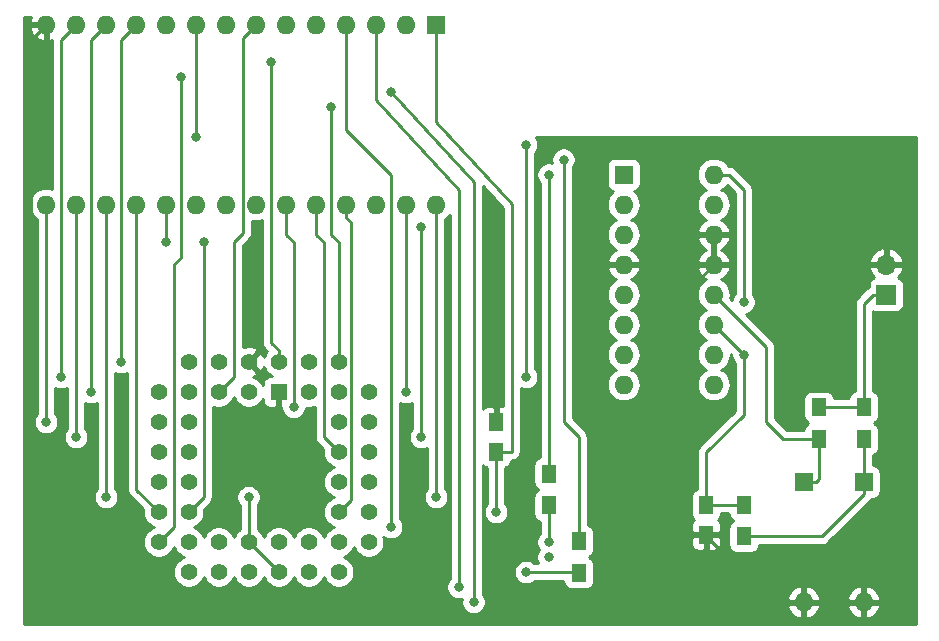
<source format=gbr>
G04 #@! TF.GenerationSoftware,KiCad,Pcbnew,(5.1.2-1)-1*
G04 #@! TF.CreationDate,2019-05-24T19:31:09+01:00*
G04 #@! TF.ProjectId,8840A_CPU_Programmer,38383430-415f-4435-9055-5f50726f6772,rev?*
G04 #@! TF.SameCoordinates,Original*
G04 #@! TF.FileFunction,Copper,L1,Top*
G04 #@! TF.FilePolarity,Positive*
%FSLAX46Y46*%
G04 Gerber Fmt 4.6, Leading zero omitted, Abs format (unit mm)*
G04 Created by KiCad (PCBNEW (5.1.2-1)-1) date 2019-05-24 19:31:09*
%MOMM*%
%LPD*%
G04 APERTURE LIST*
%ADD10R,1.600000X1.600000*%
%ADD11O,1.600000X1.600000*%
%ADD12R,1.250000X1.500000*%
%ADD13R,1.397000X1.397000*%
%ADD14C,1.397000*%
%ADD15R,1.300000X1.500000*%
%ADD16R,1.700000X1.700000*%
%ADD17O,1.700000X1.700000*%
%ADD18C,0.800000*%
%ADD19C,0.250000*%
%ADD20C,0.254000*%
G04 APERTURE END LIST*
D10*
X135255000Y-76835000D03*
D11*
X142875000Y-94615000D03*
X135255000Y-79375000D03*
X142875000Y-92075000D03*
X135255000Y-81915000D03*
X142875000Y-89535000D03*
X135255000Y-84455000D03*
X142875000Y-86995000D03*
X135255000Y-86995000D03*
X142875000Y-84455000D03*
X135255000Y-89535000D03*
X142875000Y-81915000D03*
X135255000Y-92075000D03*
X142875000Y-79375000D03*
X135255000Y-94615000D03*
X142875000Y-76835000D03*
D12*
X142240000Y-104815000D03*
X142240000Y-107315000D03*
D10*
X119380000Y-64135000D03*
D11*
X86360000Y-79375000D03*
X116840000Y-64135000D03*
X88900000Y-79375000D03*
X114300000Y-64135000D03*
X91440000Y-79375000D03*
X111760000Y-64135000D03*
X93980000Y-79375000D03*
X109220000Y-64135000D03*
X96520000Y-79375000D03*
X106680000Y-64135000D03*
X99060000Y-79375000D03*
X104140000Y-64135000D03*
X101600000Y-79375000D03*
X101600000Y-64135000D03*
X104140000Y-79375000D03*
X99060000Y-64135000D03*
X106680000Y-79375000D03*
X96520000Y-64135000D03*
X109220000Y-79375000D03*
X93980000Y-64135000D03*
X111760000Y-79375000D03*
X91440000Y-64135000D03*
X114300000Y-79375000D03*
X88900000Y-64135000D03*
X116840000Y-79375000D03*
X86360000Y-64135000D03*
X119380000Y-79375000D03*
D13*
X106045000Y-95250000D03*
D14*
X103505000Y-92710000D03*
X103505000Y-95250000D03*
X100965000Y-92710000D03*
X100965000Y-95250000D03*
X98425000Y-92710000D03*
X95885000Y-95250000D03*
X98425000Y-95250000D03*
X95885000Y-97790000D03*
X98425000Y-97790000D03*
X95885000Y-100330000D03*
X98425000Y-100330000D03*
X95885000Y-102870000D03*
X98425000Y-102870000D03*
X95885000Y-105410000D03*
X98425000Y-105410000D03*
X95885000Y-107950000D03*
X98425000Y-110490000D03*
X98425000Y-107950000D03*
X100965000Y-110490000D03*
X100965000Y-107950000D03*
X103505000Y-110490000D03*
X103505000Y-107950000D03*
X106045000Y-110490000D03*
X106045000Y-107950000D03*
X108585000Y-110490000D03*
X108585000Y-107950000D03*
X111125000Y-110490000D03*
X113665000Y-107950000D03*
X111125000Y-107950000D03*
X113665000Y-105410000D03*
X111125000Y-105410000D03*
X113665000Y-102870000D03*
X111125000Y-102870000D03*
X113665000Y-100330000D03*
X111125000Y-100330000D03*
X113665000Y-97790000D03*
X111125000Y-97790000D03*
X113665000Y-95250000D03*
X111125000Y-92710000D03*
X111125000Y-95250000D03*
X108585000Y-92710000D03*
X108585000Y-95250000D03*
X106045000Y-92710000D03*
D15*
X131445000Y-107870000D03*
X131445000Y-110570000D03*
X128905000Y-102155000D03*
X128905000Y-104855000D03*
X145415000Y-104775000D03*
X145415000Y-107475000D03*
X155575000Y-99220000D03*
X155575000Y-96520000D03*
X151765000Y-99220000D03*
X151765000Y-96520000D03*
D16*
X157480000Y-86995000D03*
D17*
X157480000Y-84455000D03*
D10*
X155575000Y-102870000D03*
D11*
X155575000Y-113030000D03*
D10*
X150495000Y-102870000D03*
D11*
X150495000Y-113030000D03*
D12*
X124460000Y-100290000D03*
X124460000Y-97790000D03*
D18*
X145415000Y-87630000D03*
X145415000Y-92075000D03*
X124460000Y-90805000D03*
X85090000Y-89535000D03*
X131445000Y-89535000D03*
X124460000Y-105410000D03*
X128905000Y-76835000D03*
X128905000Y-107950000D03*
X130175000Y-75565000D03*
X127000000Y-110490000D03*
X92710000Y-92710000D03*
X90170000Y-95250000D03*
X87630000Y-93980000D03*
X86360000Y-97790000D03*
X88900000Y-99060000D03*
X91440000Y-104140000D03*
X99695000Y-82550000D03*
X96520000Y-82550000D03*
X97790000Y-68580000D03*
X122555000Y-113030000D03*
X115570000Y-69850000D03*
X115570000Y-106680000D03*
X121285000Y-111760000D03*
X128905000Y-109220000D03*
X107315000Y-96520000D03*
X118110000Y-99060000D03*
X118110000Y-81280000D03*
X116840000Y-95250000D03*
X110490000Y-71120000D03*
X127000000Y-93980000D03*
X127000000Y-74295000D03*
X99060000Y-73660000D03*
X105410000Y-67310000D03*
X119380000Y-104140000D03*
X103505000Y-104140000D03*
D19*
X142280000Y-104775000D02*
X142240000Y-104815000D01*
X145415000Y-104775000D02*
X142280000Y-104775000D01*
X145415000Y-92075000D02*
X142875000Y-89535000D01*
X145415000Y-97155000D02*
X145415000Y-92075000D01*
X142240000Y-100330000D02*
X145415000Y-97155000D01*
X142240000Y-104815000D02*
X142240000Y-100330000D01*
X142875000Y-76835000D02*
X144145000Y-76835000D01*
X145415000Y-78105000D02*
X145415000Y-87630000D01*
X144145000Y-76835000D02*
X145415000Y-78105000D01*
X124460000Y-97790000D02*
X124460000Y-90805000D01*
X155575000Y-113030000D02*
X150495000Y-113030000D01*
X142240000Y-107440000D02*
X142240000Y-107315000D01*
X147830000Y-113030000D02*
X142240000Y-107440000D01*
X150495000Y-113030000D02*
X147830000Y-113030000D01*
X142240000Y-107315000D02*
X140335000Y-107315000D01*
X140335000Y-107315000D02*
X139700000Y-106680000D01*
X139700000Y-87630000D02*
X142875000Y-84455000D01*
X139700000Y-106680000D02*
X139700000Y-87630000D01*
X85090000Y-65405000D02*
X85090000Y-89535000D01*
X86360000Y-64135000D02*
X85090000Y-65405000D01*
X142875000Y-84455000D02*
X135255000Y-84455000D01*
X135255000Y-84455000D02*
X132080000Y-84455000D01*
X131445000Y-85090000D02*
X131445000Y-89535000D01*
X132080000Y-84455000D02*
X131445000Y-85090000D01*
X124460000Y-105410000D02*
X124460000Y-100290000D01*
X125770000Y-100290000D02*
X124460000Y-100290000D01*
X125770000Y-79335000D02*
X125770000Y-100290000D01*
X119380000Y-72390000D02*
X125770000Y-79335000D01*
X119380000Y-64135000D02*
X119380000Y-72390000D01*
X151765000Y-102650000D02*
X151545000Y-102870000D01*
X151545000Y-102870000D02*
X150495000Y-102870000D01*
X151765000Y-99220000D02*
X151765000Y-102650000D01*
X151765000Y-99220000D02*
X148750000Y-99220000D01*
X148750000Y-99220000D02*
X147320000Y-97790000D01*
X147320000Y-91440000D02*
X142875000Y-86995000D01*
X147320000Y-97790000D02*
X147320000Y-91440000D01*
X155575000Y-99220000D02*
X155575000Y-102870000D01*
X155575000Y-103920000D02*
X155575000Y-102870000D01*
X152020000Y-107475000D02*
X155575000Y-103920000D01*
X145415000Y-107475000D02*
X152020000Y-107475000D01*
X155575000Y-96520000D02*
X151765000Y-96520000D01*
X152665000Y-96520000D02*
X151765000Y-96520000D01*
X156380000Y-86995000D02*
X155575000Y-87800000D01*
X157480000Y-86995000D02*
X156380000Y-86995000D01*
X155575000Y-87800000D02*
X155575000Y-96520000D01*
X128905000Y-102155000D02*
X128905000Y-76835000D01*
X128905000Y-107950000D02*
X128905000Y-104855000D01*
X131445000Y-107870000D02*
X131445000Y-99060000D01*
X130175000Y-97790000D02*
X130175000Y-75565000D01*
X131445000Y-99060000D02*
X130175000Y-97790000D01*
X131365000Y-110490000D02*
X131445000Y-110570000D01*
X127000000Y-110490000D02*
X131365000Y-110490000D01*
X100965000Y-95250000D02*
X102235000Y-93980000D01*
X102235000Y-93980000D02*
X102235000Y-82550000D01*
X103340001Y-64934999D02*
X104140000Y-64135000D01*
X103014999Y-81770001D02*
X103014999Y-65260001D01*
X103014999Y-65260001D02*
X103340001Y-64934999D01*
X102235000Y-82550000D02*
X103014999Y-81770001D01*
X92710000Y-65405000D02*
X93980000Y-64135000D01*
X92710000Y-92710000D02*
X92710000Y-65405000D01*
X90170000Y-65405000D02*
X91440000Y-64135000D01*
X90170000Y-95250000D02*
X90170000Y-65405000D01*
X87630000Y-65405000D02*
X87630000Y-93980000D01*
X88900000Y-64135000D02*
X87630000Y-65405000D01*
X86360000Y-79375000D02*
X86360000Y-97790000D01*
X88900000Y-99060000D02*
X88900000Y-79375000D01*
X91440000Y-104140000D02*
X91440000Y-79375000D01*
X93980000Y-103505000D02*
X95885000Y-105410000D01*
X93980000Y-79375000D02*
X93980000Y-103505000D01*
X99695000Y-104140000D02*
X99695000Y-82550000D01*
X98425000Y-105410000D02*
X99695000Y-104140000D01*
X96520000Y-82550000D02*
X96520000Y-78740000D01*
X97155000Y-84455000D02*
X97155000Y-106680000D01*
X97155000Y-106680000D02*
X95885000Y-107950000D01*
X97790000Y-83820000D02*
X97155000Y-84455000D01*
X97790000Y-68580000D02*
X97790000Y-83820000D01*
X122555000Y-77470000D02*
X122555000Y-113030000D01*
X115570000Y-69850000D02*
X122555000Y-77470000D01*
X111760000Y-73025000D02*
X111760000Y-64135000D01*
X115570000Y-76835000D02*
X111760000Y-73025000D01*
X115570000Y-106680000D02*
X115570000Y-76835000D01*
X114300000Y-70485000D02*
X114300000Y-64135000D01*
X121285000Y-78105000D02*
X114300000Y-70485000D01*
X121285000Y-111760000D02*
X121285000Y-78105000D01*
X112148501Y-104386499D02*
X111125000Y-105410000D01*
X112148501Y-80894871D02*
X112148501Y-104386499D01*
X111760000Y-80506370D02*
X112148501Y-80894871D01*
X111760000Y-79375000D02*
X111760000Y-80506370D01*
X111125000Y-100330000D02*
X109855000Y-99060000D01*
X109855000Y-99060000D02*
X109855000Y-82550000D01*
X109220000Y-81915000D02*
X109220000Y-79375000D01*
X109855000Y-82550000D02*
X109220000Y-81915000D01*
X107315000Y-96520000D02*
X107315000Y-82550000D01*
X106680000Y-81915000D02*
X106680000Y-79375000D01*
X107315000Y-82550000D02*
X106680000Y-81915000D01*
X118110000Y-99060000D02*
X118110000Y-81280000D01*
X116840000Y-79375000D02*
X116840000Y-95250000D01*
X111125000Y-82550000D02*
X110490000Y-81915000D01*
X110490000Y-81915000D02*
X110490000Y-71120000D01*
X111125000Y-92710000D02*
X111125000Y-82550000D01*
X127000000Y-93980000D02*
X127000000Y-74295000D01*
X99060000Y-64135000D02*
X99060000Y-73660000D01*
X105410000Y-91087172D02*
X105410000Y-67310000D01*
X106045000Y-91722172D02*
X105410000Y-91087172D01*
X106045000Y-92710000D02*
X106045000Y-91722172D01*
X119380000Y-79375000D02*
X119380000Y-104140000D01*
X103505000Y-104140000D02*
X103505000Y-107950000D01*
X103505000Y-107950000D02*
X106045000Y-110490000D01*
D20*
G36*
X84968091Y-63785960D02*
G01*
X85089376Y-64008000D01*
X86233000Y-64008000D01*
X86233000Y-63988000D01*
X86487000Y-63988000D01*
X86487000Y-64008000D01*
X86507000Y-64008000D01*
X86507000Y-64262000D01*
X86487000Y-64262000D01*
X86487000Y-65404915D01*
X86709039Y-65526904D01*
X86843087Y-65486246D01*
X86870000Y-65473526D01*
X86870000Y-78030136D01*
X86641309Y-77960764D01*
X86430492Y-77940000D01*
X86289508Y-77940000D01*
X86078691Y-77960764D01*
X85808192Y-78042818D01*
X85558899Y-78176068D01*
X85340392Y-78355392D01*
X85161068Y-78573899D01*
X85027818Y-78823192D01*
X84945764Y-79093691D01*
X84918057Y-79375000D01*
X84945764Y-79656309D01*
X85027818Y-79926808D01*
X85161068Y-80176101D01*
X85340392Y-80394608D01*
X85558899Y-80573932D01*
X85600000Y-80595901D01*
X85600001Y-97086288D01*
X85556063Y-97130226D01*
X85442795Y-97299744D01*
X85364774Y-97488102D01*
X85325000Y-97688061D01*
X85325000Y-97891939D01*
X85364774Y-98091898D01*
X85442795Y-98280256D01*
X85556063Y-98449774D01*
X85700226Y-98593937D01*
X85869744Y-98707205D01*
X86058102Y-98785226D01*
X86258061Y-98825000D01*
X86461939Y-98825000D01*
X86661898Y-98785226D01*
X86850256Y-98707205D01*
X87019774Y-98593937D01*
X87163937Y-98449774D01*
X87277205Y-98280256D01*
X87355226Y-98091898D01*
X87395000Y-97891939D01*
X87395000Y-97688061D01*
X87355226Y-97488102D01*
X87277205Y-97299744D01*
X87163937Y-97130226D01*
X87120000Y-97086289D01*
X87120000Y-94884013D01*
X87139744Y-94897205D01*
X87328102Y-94975226D01*
X87528061Y-95015000D01*
X87731939Y-95015000D01*
X87931898Y-94975226D01*
X88120256Y-94897205D01*
X88140000Y-94884012D01*
X88140000Y-98356289D01*
X88096063Y-98400226D01*
X87982795Y-98569744D01*
X87904774Y-98758102D01*
X87865000Y-98958061D01*
X87865000Y-99161939D01*
X87904774Y-99361898D01*
X87982795Y-99550256D01*
X88096063Y-99719774D01*
X88240226Y-99863937D01*
X88409744Y-99977205D01*
X88598102Y-100055226D01*
X88798061Y-100095000D01*
X89001939Y-100095000D01*
X89201898Y-100055226D01*
X89390256Y-99977205D01*
X89559774Y-99863937D01*
X89703937Y-99719774D01*
X89817205Y-99550256D01*
X89895226Y-99361898D01*
X89935000Y-99161939D01*
X89935000Y-98958061D01*
X89895226Y-98758102D01*
X89817205Y-98569744D01*
X89703937Y-98400226D01*
X89660000Y-98356289D01*
X89660000Y-96154013D01*
X89679744Y-96167205D01*
X89868102Y-96245226D01*
X90068061Y-96285000D01*
X90271939Y-96285000D01*
X90471898Y-96245226D01*
X90660256Y-96167205D01*
X90680000Y-96154012D01*
X90680000Y-103436289D01*
X90636063Y-103480226D01*
X90522795Y-103649744D01*
X90444774Y-103838102D01*
X90405000Y-104038061D01*
X90405000Y-104241939D01*
X90444774Y-104441898D01*
X90522795Y-104630256D01*
X90636063Y-104799774D01*
X90780226Y-104943937D01*
X90949744Y-105057205D01*
X91138102Y-105135226D01*
X91338061Y-105175000D01*
X91541939Y-105175000D01*
X91741898Y-105135226D01*
X91930256Y-105057205D01*
X92099774Y-104943937D01*
X92243937Y-104799774D01*
X92357205Y-104630256D01*
X92435226Y-104441898D01*
X92475000Y-104241939D01*
X92475000Y-104038061D01*
X92435226Y-103838102D01*
X92357205Y-103649744D01*
X92243937Y-103480226D01*
X92200000Y-103436289D01*
X92200000Y-93614013D01*
X92219744Y-93627205D01*
X92408102Y-93705226D01*
X92608061Y-93745000D01*
X92811939Y-93745000D01*
X93011898Y-93705226D01*
X93200256Y-93627205D01*
X93220001Y-93614012D01*
X93220001Y-103467667D01*
X93216324Y-103505000D01*
X93220001Y-103542333D01*
X93227553Y-103619003D01*
X93230998Y-103653985D01*
X93274454Y-103797246D01*
X93345026Y-103929276D01*
X93412361Y-104011323D01*
X93440000Y-104045001D01*
X93468998Y-104068799D01*
X94572631Y-105172432D01*
X94551500Y-105278662D01*
X94551500Y-105541338D01*
X94602746Y-105798968D01*
X94703268Y-106041649D01*
X94849203Y-106260057D01*
X95034943Y-106445797D01*
X95253351Y-106591732D01*
X95466448Y-106680000D01*
X95253351Y-106768268D01*
X95034943Y-106914203D01*
X94849203Y-107099943D01*
X94703268Y-107318351D01*
X94602746Y-107561032D01*
X94551500Y-107818662D01*
X94551500Y-108081338D01*
X94602746Y-108338968D01*
X94703268Y-108581649D01*
X94849203Y-108800057D01*
X95034943Y-108985797D01*
X95253351Y-109131732D01*
X95496032Y-109232254D01*
X95753662Y-109283500D01*
X96016338Y-109283500D01*
X96273968Y-109232254D01*
X96516649Y-109131732D01*
X96735057Y-108985797D01*
X96920797Y-108800057D01*
X97066732Y-108581649D01*
X97155000Y-108368552D01*
X97243268Y-108581649D01*
X97389203Y-108800057D01*
X97574943Y-108985797D01*
X97793351Y-109131732D01*
X98006448Y-109220000D01*
X97793351Y-109308268D01*
X97574943Y-109454203D01*
X97389203Y-109639943D01*
X97243268Y-109858351D01*
X97142746Y-110101032D01*
X97091500Y-110358662D01*
X97091500Y-110621338D01*
X97142746Y-110878968D01*
X97243268Y-111121649D01*
X97389203Y-111340057D01*
X97574943Y-111525797D01*
X97793351Y-111671732D01*
X98036032Y-111772254D01*
X98293662Y-111823500D01*
X98556338Y-111823500D01*
X98813968Y-111772254D01*
X99056649Y-111671732D01*
X99275057Y-111525797D01*
X99460797Y-111340057D01*
X99606732Y-111121649D01*
X99695000Y-110908552D01*
X99783268Y-111121649D01*
X99929203Y-111340057D01*
X100114943Y-111525797D01*
X100333351Y-111671732D01*
X100576032Y-111772254D01*
X100833662Y-111823500D01*
X101096338Y-111823500D01*
X101353968Y-111772254D01*
X101596649Y-111671732D01*
X101815057Y-111525797D01*
X102000797Y-111340057D01*
X102146732Y-111121649D01*
X102235000Y-110908552D01*
X102323268Y-111121649D01*
X102469203Y-111340057D01*
X102654943Y-111525797D01*
X102873351Y-111671732D01*
X103116032Y-111772254D01*
X103373662Y-111823500D01*
X103636338Y-111823500D01*
X103893968Y-111772254D01*
X104136649Y-111671732D01*
X104355057Y-111525797D01*
X104540797Y-111340057D01*
X104686732Y-111121649D01*
X104775000Y-110908552D01*
X104863268Y-111121649D01*
X105009203Y-111340057D01*
X105194943Y-111525797D01*
X105413351Y-111671732D01*
X105656032Y-111772254D01*
X105913662Y-111823500D01*
X106176338Y-111823500D01*
X106433968Y-111772254D01*
X106676649Y-111671732D01*
X106895057Y-111525797D01*
X107080797Y-111340057D01*
X107226732Y-111121649D01*
X107315000Y-110908552D01*
X107403268Y-111121649D01*
X107549203Y-111340057D01*
X107734943Y-111525797D01*
X107953351Y-111671732D01*
X108196032Y-111772254D01*
X108453662Y-111823500D01*
X108716338Y-111823500D01*
X108973968Y-111772254D01*
X109216649Y-111671732D01*
X109435057Y-111525797D01*
X109620797Y-111340057D01*
X109766732Y-111121649D01*
X109855000Y-110908552D01*
X109943268Y-111121649D01*
X110089203Y-111340057D01*
X110274943Y-111525797D01*
X110493351Y-111671732D01*
X110736032Y-111772254D01*
X110993662Y-111823500D01*
X111256338Y-111823500D01*
X111513968Y-111772254D01*
X111756649Y-111671732D01*
X111975057Y-111525797D01*
X112160797Y-111340057D01*
X112306732Y-111121649D01*
X112407254Y-110878968D01*
X112458500Y-110621338D01*
X112458500Y-110358662D01*
X112407254Y-110101032D01*
X112306732Y-109858351D01*
X112160797Y-109639943D01*
X111975057Y-109454203D01*
X111756649Y-109308268D01*
X111543552Y-109220000D01*
X111756649Y-109131732D01*
X111975057Y-108985797D01*
X112160797Y-108800057D01*
X112306732Y-108581649D01*
X112395000Y-108368552D01*
X112483268Y-108581649D01*
X112629203Y-108800057D01*
X112814943Y-108985797D01*
X113033351Y-109131732D01*
X113276032Y-109232254D01*
X113533662Y-109283500D01*
X113796338Y-109283500D01*
X114053968Y-109232254D01*
X114296649Y-109131732D01*
X114515057Y-108985797D01*
X114700797Y-108800057D01*
X114846732Y-108581649D01*
X114947254Y-108338968D01*
X114998500Y-108081338D01*
X114998500Y-107818662D01*
X114947254Y-107561032D01*
X114917270Y-107488643D01*
X115079744Y-107597205D01*
X115268102Y-107675226D01*
X115468061Y-107715000D01*
X115671939Y-107715000D01*
X115871898Y-107675226D01*
X116060256Y-107597205D01*
X116229774Y-107483937D01*
X116373937Y-107339774D01*
X116487205Y-107170256D01*
X116565226Y-106981898D01*
X116605000Y-106781939D01*
X116605000Y-106578061D01*
X116565226Y-106378102D01*
X116487205Y-106189744D01*
X116373937Y-106020226D01*
X116330000Y-105976289D01*
X116330000Y-96154013D01*
X116349744Y-96167205D01*
X116538102Y-96245226D01*
X116738061Y-96285000D01*
X116941939Y-96285000D01*
X117141898Y-96245226D01*
X117330256Y-96167205D01*
X117350000Y-96154012D01*
X117350000Y-98356289D01*
X117306063Y-98400226D01*
X117192795Y-98569744D01*
X117114774Y-98758102D01*
X117075000Y-98958061D01*
X117075000Y-99161939D01*
X117114774Y-99361898D01*
X117192795Y-99550256D01*
X117306063Y-99719774D01*
X117450226Y-99863937D01*
X117619744Y-99977205D01*
X117808102Y-100055226D01*
X118008061Y-100095000D01*
X118211939Y-100095000D01*
X118411898Y-100055226D01*
X118600256Y-99977205D01*
X118620001Y-99964012D01*
X118620001Y-103436288D01*
X118576063Y-103480226D01*
X118462795Y-103649744D01*
X118384774Y-103838102D01*
X118345000Y-104038061D01*
X118345000Y-104241939D01*
X118384774Y-104441898D01*
X118462795Y-104630256D01*
X118576063Y-104799774D01*
X118720226Y-104943937D01*
X118889744Y-105057205D01*
X119078102Y-105135226D01*
X119278061Y-105175000D01*
X119481939Y-105175000D01*
X119681898Y-105135226D01*
X119870256Y-105057205D01*
X120039774Y-104943937D01*
X120183937Y-104799774D01*
X120297205Y-104630256D01*
X120375226Y-104441898D01*
X120415000Y-104241939D01*
X120415000Y-104038061D01*
X120375226Y-103838102D01*
X120297205Y-103649744D01*
X120183937Y-103480226D01*
X120140000Y-103436289D01*
X120140000Y-80595901D01*
X120181101Y-80573932D01*
X120399608Y-80394608D01*
X120525001Y-80241816D01*
X120525000Y-111056289D01*
X120481063Y-111100226D01*
X120367795Y-111269744D01*
X120289774Y-111458102D01*
X120250000Y-111658061D01*
X120250000Y-111861939D01*
X120289774Y-112061898D01*
X120367795Y-112250256D01*
X120481063Y-112419774D01*
X120625226Y-112563937D01*
X120794744Y-112677205D01*
X120983102Y-112755226D01*
X121183061Y-112795000D01*
X121386939Y-112795000D01*
X121553039Y-112761961D01*
X121520000Y-112928061D01*
X121520000Y-113131939D01*
X121559774Y-113331898D01*
X121637795Y-113520256D01*
X121751063Y-113689774D01*
X121895226Y-113833937D01*
X122064744Y-113947205D01*
X122253102Y-114025226D01*
X122453061Y-114065000D01*
X122656939Y-114065000D01*
X122856898Y-114025226D01*
X123045256Y-113947205D01*
X123214774Y-113833937D01*
X123358937Y-113689774D01*
X123472205Y-113520256D01*
X123530699Y-113379040D01*
X149103091Y-113379040D01*
X149197930Y-113643881D01*
X149342615Y-113885131D01*
X149531586Y-114093519D01*
X149757580Y-114261037D01*
X150011913Y-114381246D01*
X150145961Y-114421904D01*
X150368000Y-114299915D01*
X150368000Y-113157000D01*
X150622000Y-113157000D01*
X150622000Y-114299915D01*
X150844039Y-114421904D01*
X150978087Y-114381246D01*
X151232420Y-114261037D01*
X151458414Y-114093519D01*
X151647385Y-113885131D01*
X151792070Y-113643881D01*
X151886909Y-113379040D01*
X154183091Y-113379040D01*
X154277930Y-113643881D01*
X154422615Y-113885131D01*
X154611586Y-114093519D01*
X154837580Y-114261037D01*
X155091913Y-114381246D01*
X155225961Y-114421904D01*
X155448000Y-114299915D01*
X155448000Y-113157000D01*
X155702000Y-113157000D01*
X155702000Y-114299915D01*
X155924039Y-114421904D01*
X156058087Y-114381246D01*
X156312420Y-114261037D01*
X156538414Y-114093519D01*
X156727385Y-113885131D01*
X156872070Y-113643881D01*
X156966909Y-113379040D01*
X156845624Y-113157000D01*
X155702000Y-113157000D01*
X155448000Y-113157000D01*
X154304376Y-113157000D01*
X154183091Y-113379040D01*
X151886909Y-113379040D01*
X151765624Y-113157000D01*
X150622000Y-113157000D01*
X150368000Y-113157000D01*
X149224376Y-113157000D01*
X149103091Y-113379040D01*
X123530699Y-113379040D01*
X123550226Y-113331898D01*
X123590000Y-113131939D01*
X123590000Y-112928061D01*
X123550226Y-112728102D01*
X123530700Y-112680960D01*
X149103091Y-112680960D01*
X149224376Y-112903000D01*
X150368000Y-112903000D01*
X150368000Y-111760085D01*
X150622000Y-111760085D01*
X150622000Y-112903000D01*
X151765624Y-112903000D01*
X151886909Y-112680960D01*
X154183091Y-112680960D01*
X154304376Y-112903000D01*
X155448000Y-112903000D01*
X155448000Y-111760085D01*
X155702000Y-111760085D01*
X155702000Y-112903000D01*
X156845624Y-112903000D01*
X156966909Y-112680960D01*
X156872070Y-112416119D01*
X156727385Y-112174869D01*
X156538414Y-111966481D01*
X156312420Y-111798963D01*
X156058087Y-111678754D01*
X155924039Y-111638096D01*
X155702000Y-111760085D01*
X155448000Y-111760085D01*
X155225961Y-111638096D01*
X155091913Y-111678754D01*
X154837580Y-111798963D01*
X154611586Y-111966481D01*
X154422615Y-112174869D01*
X154277930Y-112416119D01*
X154183091Y-112680960D01*
X151886909Y-112680960D01*
X151792070Y-112416119D01*
X151647385Y-112174869D01*
X151458414Y-111966481D01*
X151232420Y-111798963D01*
X150978087Y-111678754D01*
X150844039Y-111638096D01*
X150622000Y-111760085D01*
X150368000Y-111760085D01*
X150145961Y-111638096D01*
X150011913Y-111678754D01*
X149757580Y-111798963D01*
X149531586Y-111966481D01*
X149342615Y-112174869D01*
X149197930Y-112416119D01*
X149103091Y-112680960D01*
X123530700Y-112680960D01*
X123472205Y-112539744D01*
X123358937Y-112370226D01*
X123315000Y-112326289D01*
X123315000Y-110388061D01*
X125965000Y-110388061D01*
X125965000Y-110591939D01*
X126004774Y-110791898D01*
X126082795Y-110980256D01*
X126196063Y-111149774D01*
X126340226Y-111293937D01*
X126509744Y-111407205D01*
X126698102Y-111485226D01*
X126898061Y-111525000D01*
X127101939Y-111525000D01*
X127301898Y-111485226D01*
X127490256Y-111407205D01*
X127659774Y-111293937D01*
X127703711Y-111250000D01*
X130156928Y-111250000D01*
X130156928Y-111320000D01*
X130169188Y-111444482D01*
X130205498Y-111564180D01*
X130264463Y-111674494D01*
X130343815Y-111771185D01*
X130440506Y-111850537D01*
X130550820Y-111909502D01*
X130670518Y-111945812D01*
X130795000Y-111958072D01*
X132095000Y-111958072D01*
X132219482Y-111945812D01*
X132339180Y-111909502D01*
X132449494Y-111850537D01*
X132546185Y-111771185D01*
X132625537Y-111674494D01*
X132684502Y-111564180D01*
X132720812Y-111444482D01*
X132733072Y-111320000D01*
X132733072Y-109820000D01*
X132720812Y-109695518D01*
X132684502Y-109575820D01*
X132625537Y-109465506D01*
X132546185Y-109368815D01*
X132449494Y-109289463D01*
X132339180Y-109230498D01*
X132304573Y-109220000D01*
X132339180Y-109209502D01*
X132449494Y-109150537D01*
X132546185Y-109071185D01*
X132625537Y-108974494D01*
X132684502Y-108864180D01*
X132720812Y-108744482D01*
X132733072Y-108620000D01*
X132733072Y-108065000D01*
X140976928Y-108065000D01*
X140989188Y-108189482D01*
X141025498Y-108309180D01*
X141084463Y-108419494D01*
X141163815Y-108516185D01*
X141260506Y-108595537D01*
X141370820Y-108654502D01*
X141490518Y-108690812D01*
X141615000Y-108703072D01*
X141954250Y-108700000D01*
X142113000Y-108541250D01*
X142113000Y-107442000D01*
X142367000Y-107442000D01*
X142367000Y-108541250D01*
X142525750Y-108700000D01*
X142865000Y-108703072D01*
X142989482Y-108690812D01*
X143109180Y-108654502D01*
X143219494Y-108595537D01*
X143316185Y-108516185D01*
X143395537Y-108419494D01*
X143454502Y-108309180D01*
X143490812Y-108189482D01*
X143503072Y-108065000D01*
X143500000Y-107600750D01*
X143341250Y-107442000D01*
X142367000Y-107442000D01*
X142113000Y-107442000D01*
X141138750Y-107442000D01*
X140980000Y-107600750D01*
X140976928Y-108065000D01*
X132733072Y-108065000D01*
X132733072Y-107120000D01*
X132720812Y-106995518D01*
X132684502Y-106875820D01*
X132625537Y-106765506D01*
X132546185Y-106668815D01*
X132449494Y-106589463D01*
X132339180Y-106530498D01*
X132219482Y-106494188D01*
X132205000Y-106492762D01*
X132205000Y-104065000D01*
X140976928Y-104065000D01*
X140976928Y-105565000D01*
X140989188Y-105689482D01*
X141025498Y-105809180D01*
X141084463Y-105919494D01*
X141163815Y-106016185D01*
X141223296Y-106065000D01*
X141163815Y-106113815D01*
X141084463Y-106210506D01*
X141025498Y-106320820D01*
X140989188Y-106440518D01*
X140976928Y-106565000D01*
X140980000Y-107029250D01*
X141138750Y-107188000D01*
X142113000Y-107188000D01*
X142113000Y-107168000D01*
X142367000Y-107168000D01*
X142367000Y-107188000D01*
X143341250Y-107188000D01*
X143500000Y-107029250D01*
X143503072Y-106565000D01*
X143490812Y-106440518D01*
X143454502Y-106320820D01*
X143395537Y-106210506D01*
X143316185Y-106113815D01*
X143256704Y-106065000D01*
X143316185Y-106016185D01*
X143395537Y-105919494D01*
X143454502Y-105809180D01*
X143490812Y-105689482D01*
X143503072Y-105565000D01*
X143503072Y-105535000D01*
X144127913Y-105535000D01*
X144139188Y-105649482D01*
X144175498Y-105769180D01*
X144234463Y-105879494D01*
X144313815Y-105976185D01*
X144410506Y-106055537D01*
X144520820Y-106114502D01*
X144555427Y-106125000D01*
X144520820Y-106135498D01*
X144410506Y-106194463D01*
X144313815Y-106273815D01*
X144234463Y-106370506D01*
X144175498Y-106480820D01*
X144139188Y-106600518D01*
X144126928Y-106725000D01*
X144126928Y-108225000D01*
X144139188Y-108349482D01*
X144175498Y-108469180D01*
X144234463Y-108579494D01*
X144313815Y-108676185D01*
X144410506Y-108755537D01*
X144520820Y-108814502D01*
X144640518Y-108850812D01*
X144765000Y-108863072D01*
X146065000Y-108863072D01*
X146189482Y-108850812D01*
X146309180Y-108814502D01*
X146419494Y-108755537D01*
X146516185Y-108676185D01*
X146595537Y-108579494D01*
X146654502Y-108469180D01*
X146690812Y-108349482D01*
X146702087Y-108235000D01*
X151982678Y-108235000D01*
X152020000Y-108238676D01*
X152057322Y-108235000D01*
X152057333Y-108235000D01*
X152168986Y-108224003D01*
X152312247Y-108180546D01*
X152444276Y-108109974D01*
X152560001Y-108015001D01*
X152583804Y-107985997D01*
X156086004Y-104483798D01*
X156115001Y-104460001D01*
X156209974Y-104344276D01*
X156229326Y-104308072D01*
X156375000Y-104308072D01*
X156499482Y-104295812D01*
X156619180Y-104259502D01*
X156729494Y-104200537D01*
X156826185Y-104121185D01*
X156905537Y-104024494D01*
X156964502Y-103914180D01*
X157000812Y-103794482D01*
X157013072Y-103670000D01*
X157013072Y-102070000D01*
X157000812Y-101945518D01*
X156964502Y-101825820D01*
X156905537Y-101715506D01*
X156826185Y-101618815D01*
X156729494Y-101539463D01*
X156619180Y-101480498D01*
X156499482Y-101444188D01*
X156375000Y-101431928D01*
X156335000Y-101431928D01*
X156335000Y-100597238D01*
X156349482Y-100595812D01*
X156469180Y-100559502D01*
X156579494Y-100500537D01*
X156676185Y-100421185D01*
X156755537Y-100324494D01*
X156814502Y-100214180D01*
X156850812Y-100094482D01*
X156863072Y-99970000D01*
X156863072Y-98470000D01*
X156850812Y-98345518D01*
X156814502Y-98225820D01*
X156755537Y-98115506D01*
X156676185Y-98018815D01*
X156579494Y-97939463D01*
X156469180Y-97880498D01*
X156434573Y-97870000D01*
X156469180Y-97859502D01*
X156579494Y-97800537D01*
X156676185Y-97721185D01*
X156755537Y-97624494D01*
X156814502Y-97514180D01*
X156850812Y-97394482D01*
X156863072Y-97270000D01*
X156863072Y-95770000D01*
X156850812Y-95645518D01*
X156814502Y-95525820D01*
X156755537Y-95415506D01*
X156676185Y-95318815D01*
X156579494Y-95239463D01*
X156469180Y-95180498D01*
X156349482Y-95144188D01*
X156335000Y-95142762D01*
X156335000Y-88407338D01*
X156385820Y-88434502D01*
X156505518Y-88470812D01*
X156630000Y-88483072D01*
X158330000Y-88483072D01*
X158454482Y-88470812D01*
X158574180Y-88434502D01*
X158684494Y-88375537D01*
X158781185Y-88296185D01*
X158860537Y-88199494D01*
X158919502Y-88089180D01*
X158955812Y-87969482D01*
X158968072Y-87845000D01*
X158968072Y-86145000D01*
X158955812Y-86020518D01*
X158919502Y-85900820D01*
X158860537Y-85790506D01*
X158781185Y-85693815D01*
X158684494Y-85614463D01*
X158574180Y-85555498D01*
X158493534Y-85531034D01*
X158577588Y-85455269D01*
X158751641Y-85221920D01*
X158876825Y-84959099D01*
X158921476Y-84811890D01*
X158800155Y-84582000D01*
X157607000Y-84582000D01*
X157607000Y-84602000D01*
X157353000Y-84602000D01*
X157353000Y-84582000D01*
X156159845Y-84582000D01*
X156038524Y-84811890D01*
X156083175Y-84959099D01*
X156208359Y-85221920D01*
X156382412Y-85455269D01*
X156466466Y-85531034D01*
X156385820Y-85555498D01*
X156275506Y-85614463D01*
X156178815Y-85693815D01*
X156099463Y-85790506D01*
X156040498Y-85900820D01*
X156004188Y-86020518D01*
X155991928Y-86145000D01*
X155991928Y-86340674D01*
X155955723Y-86360026D01*
X155872083Y-86428668D01*
X155839999Y-86454999D01*
X155816201Y-86483998D01*
X155064002Y-87236197D01*
X155034999Y-87259999D01*
X154979871Y-87327174D01*
X154940026Y-87375724D01*
X154870390Y-87506002D01*
X154869454Y-87507754D01*
X154825997Y-87651015D01*
X154815000Y-87762668D01*
X154815000Y-87762678D01*
X154811324Y-87800000D01*
X154815000Y-87837322D01*
X154815001Y-95142762D01*
X154800518Y-95144188D01*
X154680820Y-95180498D01*
X154570506Y-95239463D01*
X154473815Y-95318815D01*
X154394463Y-95415506D01*
X154335498Y-95525820D01*
X154299188Y-95645518D01*
X154287913Y-95760000D01*
X153052087Y-95760000D01*
X153040812Y-95645518D01*
X153004502Y-95525820D01*
X152945537Y-95415506D01*
X152866185Y-95318815D01*
X152769494Y-95239463D01*
X152659180Y-95180498D01*
X152539482Y-95144188D01*
X152415000Y-95131928D01*
X151115000Y-95131928D01*
X150990518Y-95144188D01*
X150870820Y-95180498D01*
X150760506Y-95239463D01*
X150663815Y-95318815D01*
X150584463Y-95415506D01*
X150525498Y-95525820D01*
X150489188Y-95645518D01*
X150476928Y-95770000D01*
X150476928Y-97270000D01*
X150489188Y-97394482D01*
X150525498Y-97514180D01*
X150584463Y-97624494D01*
X150663815Y-97721185D01*
X150760506Y-97800537D01*
X150870820Y-97859502D01*
X150905427Y-97870000D01*
X150870820Y-97880498D01*
X150760506Y-97939463D01*
X150663815Y-98018815D01*
X150584463Y-98115506D01*
X150525498Y-98225820D01*
X150489188Y-98345518D01*
X150477913Y-98460000D01*
X149064803Y-98460000D01*
X148080000Y-97475199D01*
X148080000Y-91477322D01*
X148083676Y-91439999D01*
X148080000Y-91402676D01*
X148080000Y-91402667D01*
X148069003Y-91291014D01*
X148025546Y-91147753D01*
X147954974Y-91015724D01*
X147860001Y-90899999D01*
X147831003Y-90876201D01*
X145602736Y-88647934D01*
X145716898Y-88625226D01*
X145905256Y-88547205D01*
X146074774Y-88433937D01*
X146218937Y-88289774D01*
X146332205Y-88120256D01*
X146410226Y-87931898D01*
X146450000Y-87731939D01*
X146450000Y-87528061D01*
X146410226Y-87328102D01*
X146332205Y-87139744D01*
X146218937Y-86970226D01*
X146175000Y-86926289D01*
X146175000Y-84098110D01*
X156038524Y-84098110D01*
X156159845Y-84328000D01*
X157353000Y-84328000D01*
X157353000Y-83134186D01*
X157607000Y-83134186D01*
X157607000Y-84328000D01*
X158800155Y-84328000D01*
X158921476Y-84098110D01*
X158876825Y-83950901D01*
X158751641Y-83688080D01*
X158577588Y-83454731D01*
X158361355Y-83259822D01*
X158111252Y-83110843D01*
X157836891Y-83013519D01*
X157607000Y-83134186D01*
X157353000Y-83134186D01*
X157123109Y-83013519D01*
X156848748Y-83110843D01*
X156598645Y-83259822D01*
X156382412Y-83454731D01*
X156208359Y-83688080D01*
X156083175Y-83950901D01*
X156038524Y-84098110D01*
X146175000Y-84098110D01*
X146175000Y-78142322D01*
X146178676Y-78104999D01*
X146175000Y-78067676D01*
X146175000Y-78067667D01*
X146164003Y-77956014D01*
X146120546Y-77812753D01*
X146049974Y-77680724D01*
X145955001Y-77564999D01*
X145926004Y-77541202D01*
X144708804Y-76324003D01*
X144685001Y-76294999D01*
X144569276Y-76200026D01*
X144437247Y-76129454D01*
X144293986Y-76085997D01*
X144182333Y-76075000D01*
X144182322Y-76075000D01*
X144145000Y-76071324D01*
X144107678Y-76075000D01*
X144095901Y-76075000D01*
X144073932Y-76033899D01*
X143894608Y-75815392D01*
X143676101Y-75636068D01*
X143426808Y-75502818D01*
X143156309Y-75420764D01*
X142945492Y-75400000D01*
X142804508Y-75400000D01*
X142593691Y-75420764D01*
X142323192Y-75502818D01*
X142073899Y-75636068D01*
X141855392Y-75815392D01*
X141676068Y-76033899D01*
X141542818Y-76283192D01*
X141460764Y-76553691D01*
X141433057Y-76835000D01*
X141460764Y-77116309D01*
X141542818Y-77386808D01*
X141676068Y-77636101D01*
X141855392Y-77854608D01*
X142073899Y-78033932D01*
X142206858Y-78105000D01*
X142073899Y-78176068D01*
X141855392Y-78355392D01*
X141676068Y-78573899D01*
X141542818Y-78823192D01*
X141460764Y-79093691D01*
X141433057Y-79375000D01*
X141460764Y-79656309D01*
X141542818Y-79926808D01*
X141676068Y-80176101D01*
X141855392Y-80394608D01*
X142073899Y-80573932D01*
X142211682Y-80647579D01*
X142019869Y-80762615D01*
X141811481Y-80951586D01*
X141643963Y-81177580D01*
X141523754Y-81431913D01*
X141483096Y-81565961D01*
X141605085Y-81788000D01*
X142748000Y-81788000D01*
X142748000Y-81768000D01*
X143002000Y-81768000D01*
X143002000Y-81788000D01*
X144144915Y-81788000D01*
X144266904Y-81565961D01*
X144226246Y-81431913D01*
X144106037Y-81177580D01*
X143938519Y-80951586D01*
X143730131Y-80762615D01*
X143538318Y-80647579D01*
X143676101Y-80573932D01*
X143894608Y-80394608D01*
X144073932Y-80176101D01*
X144207182Y-79926808D01*
X144289236Y-79656309D01*
X144316943Y-79375000D01*
X144289236Y-79093691D01*
X144207182Y-78823192D01*
X144073932Y-78573899D01*
X143894608Y-78355392D01*
X143676101Y-78176068D01*
X143543142Y-78105000D01*
X143676101Y-78033932D01*
X143894608Y-77854608D01*
X143982595Y-77747396D01*
X144655000Y-78419802D01*
X144655001Y-86926288D01*
X144611063Y-86970226D01*
X144497795Y-87139744D01*
X144419774Y-87328102D01*
X144397066Y-87442265D01*
X144275708Y-87320906D01*
X144289236Y-87276309D01*
X144316943Y-86995000D01*
X144289236Y-86713691D01*
X144207182Y-86443192D01*
X144073932Y-86193899D01*
X143894608Y-85975392D01*
X143676101Y-85796068D01*
X143538318Y-85722421D01*
X143730131Y-85607385D01*
X143938519Y-85418414D01*
X144106037Y-85192420D01*
X144226246Y-84938087D01*
X144266904Y-84804039D01*
X144144915Y-84582000D01*
X143002000Y-84582000D01*
X143002000Y-84602000D01*
X142748000Y-84602000D01*
X142748000Y-84582000D01*
X141605085Y-84582000D01*
X141483096Y-84804039D01*
X141523754Y-84938087D01*
X141643963Y-85192420D01*
X141811481Y-85418414D01*
X142019869Y-85607385D01*
X142211682Y-85722421D01*
X142073899Y-85796068D01*
X141855392Y-85975392D01*
X141676068Y-86193899D01*
X141542818Y-86443192D01*
X141460764Y-86713691D01*
X141433057Y-86995000D01*
X141460764Y-87276309D01*
X141542818Y-87546808D01*
X141676068Y-87796101D01*
X141855392Y-88014608D01*
X142073899Y-88193932D01*
X142206858Y-88265000D01*
X142073899Y-88336068D01*
X141855392Y-88515392D01*
X141676068Y-88733899D01*
X141542818Y-88983192D01*
X141460764Y-89253691D01*
X141433057Y-89535000D01*
X141460764Y-89816309D01*
X141542818Y-90086808D01*
X141676068Y-90336101D01*
X141855392Y-90554608D01*
X142073899Y-90733932D01*
X142206858Y-90805000D01*
X142073899Y-90876068D01*
X141855392Y-91055392D01*
X141676068Y-91273899D01*
X141542818Y-91523192D01*
X141460764Y-91793691D01*
X141433057Y-92075000D01*
X141460764Y-92356309D01*
X141542818Y-92626808D01*
X141676068Y-92876101D01*
X141855392Y-93094608D01*
X142073899Y-93273932D01*
X142206858Y-93345000D01*
X142073899Y-93416068D01*
X141855392Y-93595392D01*
X141676068Y-93813899D01*
X141542818Y-94063192D01*
X141460764Y-94333691D01*
X141433057Y-94615000D01*
X141460764Y-94896309D01*
X141542818Y-95166808D01*
X141676068Y-95416101D01*
X141855392Y-95634608D01*
X142073899Y-95813932D01*
X142323192Y-95947182D01*
X142593691Y-96029236D01*
X142804508Y-96050000D01*
X142945492Y-96050000D01*
X143156309Y-96029236D01*
X143426808Y-95947182D01*
X143676101Y-95813932D01*
X143894608Y-95634608D01*
X144073932Y-95416101D01*
X144207182Y-95166808D01*
X144289236Y-94896309D01*
X144316943Y-94615000D01*
X144289236Y-94333691D01*
X144207182Y-94063192D01*
X144073932Y-93813899D01*
X143894608Y-93595392D01*
X143676101Y-93416068D01*
X143543142Y-93345000D01*
X143676101Y-93273932D01*
X143894608Y-93094608D01*
X144073932Y-92876101D01*
X144207182Y-92626808D01*
X144289236Y-92356309D01*
X144316943Y-92075000D01*
X144314402Y-92049205D01*
X144380000Y-92114803D01*
X144380000Y-92176939D01*
X144419774Y-92376898D01*
X144497795Y-92565256D01*
X144611063Y-92734774D01*
X144655001Y-92778712D01*
X144655000Y-96840198D01*
X141728998Y-99766201D01*
X141700000Y-99789999D01*
X141676202Y-99818997D01*
X141676201Y-99818998D01*
X141605026Y-99905724D01*
X141534454Y-100037754D01*
X141504180Y-100137558D01*
X141490999Y-100181013D01*
X141490998Y-100181015D01*
X141476324Y-100330000D01*
X141480001Y-100367332D01*
X141480000Y-103442379D01*
X141370820Y-103475498D01*
X141260506Y-103534463D01*
X141163815Y-103613815D01*
X141084463Y-103710506D01*
X141025498Y-103820820D01*
X140989188Y-103940518D01*
X140976928Y-104065000D01*
X132205000Y-104065000D01*
X132205000Y-99097322D01*
X132208676Y-99059999D01*
X132205000Y-99022676D01*
X132205000Y-99022667D01*
X132194003Y-98911014D01*
X132150546Y-98767753D01*
X132079974Y-98635724D01*
X131985001Y-98519999D01*
X131956003Y-98496201D01*
X130935000Y-97475199D01*
X130935000Y-86995000D01*
X133813057Y-86995000D01*
X133840764Y-87276309D01*
X133922818Y-87546808D01*
X134056068Y-87796101D01*
X134235392Y-88014608D01*
X134453899Y-88193932D01*
X134586858Y-88265000D01*
X134453899Y-88336068D01*
X134235392Y-88515392D01*
X134056068Y-88733899D01*
X133922818Y-88983192D01*
X133840764Y-89253691D01*
X133813057Y-89535000D01*
X133840764Y-89816309D01*
X133922818Y-90086808D01*
X134056068Y-90336101D01*
X134235392Y-90554608D01*
X134453899Y-90733932D01*
X134586858Y-90805000D01*
X134453899Y-90876068D01*
X134235392Y-91055392D01*
X134056068Y-91273899D01*
X133922818Y-91523192D01*
X133840764Y-91793691D01*
X133813057Y-92075000D01*
X133840764Y-92356309D01*
X133922818Y-92626808D01*
X134056068Y-92876101D01*
X134235392Y-93094608D01*
X134453899Y-93273932D01*
X134586858Y-93345000D01*
X134453899Y-93416068D01*
X134235392Y-93595392D01*
X134056068Y-93813899D01*
X133922818Y-94063192D01*
X133840764Y-94333691D01*
X133813057Y-94615000D01*
X133840764Y-94896309D01*
X133922818Y-95166808D01*
X134056068Y-95416101D01*
X134235392Y-95634608D01*
X134453899Y-95813932D01*
X134703192Y-95947182D01*
X134973691Y-96029236D01*
X135184508Y-96050000D01*
X135325492Y-96050000D01*
X135536309Y-96029236D01*
X135806808Y-95947182D01*
X136056101Y-95813932D01*
X136274608Y-95634608D01*
X136453932Y-95416101D01*
X136587182Y-95166808D01*
X136669236Y-94896309D01*
X136696943Y-94615000D01*
X136669236Y-94333691D01*
X136587182Y-94063192D01*
X136453932Y-93813899D01*
X136274608Y-93595392D01*
X136056101Y-93416068D01*
X135923142Y-93345000D01*
X136056101Y-93273932D01*
X136274608Y-93094608D01*
X136453932Y-92876101D01*
X136587182Y-92626808D01*
X136669236Y-92356309D01*
X136696943Y-92075000D01*
X136669236Y-91793691D01*
X136587182Y-91523192D01*
X136453932Y-91273899D01*
X136274608Y-91055392D01*
X136056101Y-90876068D01*
X135923142Y-90805000D01*
X136056101Y-90733932D01*
X136274608Y-90554608D01*
X136453932Y-90336101D01*
X136587182Y-90086808D01*
X136669236Y-89816309D01*
X136696943Y-89535000D01*
X136669236Y-89253691D01*
X136587182Y-88983192D01*
X136453932Y-88733899D01*
X136274608Y-88515392D01*
X136056101Y-88336068D01*
X135923142Y-88265000D01*
X136056101Y-88193932D01*
X136274608Y-88014608D01*
X136453932Y-87796101D01*
X136587182Y-87546808D01*
X136669236Y-87276309D01*
X136696943Y-86995000D01*
X136669236Y-86713691D01*
X136587182Y-86443192D01*
X136453932Y-86193899D01*
X136274608Y-85975392D01*
X136056101Y-85796068D01*
X135918318Y-85722421D01*
X136110131Y-85607385D01*
X136318519Y-85418414D01*
X136486037Y-85192420D01*
X136606246Y-84938087D01*
X136646904Y-84804039D01*
X136524915Y-84582000D01*
X135382000Y-84582000D01*
X135382000Y-84602000D01*
X135128000Y-84602000D01*
X135128000Y-84582000D01*
X133985085Y-84582000D01*
X133863096Y-84804039D01*
X133903754Y-84938087D01*
X134023963Y-85192420D01*
X134191481Y-85418414D01*
X134399869Y-85607385D01*
X134591682Y-85722421D01*
X134453899Y-85796068D01*
X134235392Y-85975392D01*
X134056068Y-86193899D01*
X133922818Y-86443192D01*
X133840764Y-86713691D01*
X133813057Y-86995000D01*
X130935000Y-86995000D01*
X130935000Y-79375000D01*
X133813057Y-79375000D01*
X133840764Y-79656309D01*
X133922818Y-79926808D01*
X134056068Y-80176101D01*
X134235392Y-80394608D01*
X134453899Y-80573932D01*
X134586858Y-80645000D01*
X134453899Y-80716068D01*
X134235392Y-80895392D01*
X134056068Y-81113899D01*
X133922818Y-81363192D01*
X133840764Y-81633691D01*
X133813057Y-81915000D01*
X133840764Y-82196309D01*
X133922818Y-82466808D01*
X134056068Y-82716101D01*
X134235392Y-82934608D01*
X134453899Y-83113932D01*
X134591682Y-83187579D01*
X134399869Y-83302615D01*
X134191481Y-83491586D01*
X134023963Y-83717580D01*
X133903754Y-83971913D01*
X133863096Y-84105961D01*
X133985085Y-84328000D01*
X135128000Y-84328000D01*
X135128000Y-84308000D01*
X135382000Y-84308000D01*
X135382000Y-84328000D01*
X136524915Y-84328000D01*
X136646904Y-84105961D01*
X136606246Y-83971913D01*
X136486037Y-83717580D01*
X136318519Y-83491586D01*
X136110131Y-83302615D01*
X135918318Y-83187579D01*
X136056101Y-83113932D01*
X136274608Y-82934608D01*
X136453932Y-82716101D01*
X136587182Y-82466808D01*
X136648690Y-82264039D01*
X141483096Y-82264039D01*
X141523754Y-82398087D01*
X141643963Y-82652420D01*
X141811481Y-82878414D01*
X142019869Y-83067385D01*
X142215982Y-83185000D01*
X142019869Y-83302615D01*
X141811481Y-83491586D01*
X141643963Y-83717580D01*
X141523754Y-83971913D01*
X141483096Y-84105961D01*
X141605085Y-84328000D01*
X142748000Y-84328000D01*
X142748000Y-82042000D01*
X143002000Y-82042000D01*
X143002000Y-84328000D01*
X144144915Y-84328000D01*
X144266904Y-84105961D01*
X144226246Y-83971913D01*
X144106037Y-83717580D01*
X143938519Y-83491586D01*
X143730131Y-83302615D01*
X143534018Y-83185000D01*
X143730131Y-83067385D01*
X143938519Y-82878414D01*
X144106037Y-82652420D01*
X144226246Y-82398087D01*
X144266904Y-82264039D01*
X144144915Y-82042000D01*
X143002000Y-82042000D01*
X142748000Y-82042000D01*
X141605085Y-82042000D01*
X141483096Y-82264039D01*
X136648690Y-82264039D01*
X136669236Y-82196309D01*
X136696943Y-81915000D01*
X136669236Y-81633691D01*
X136587182Y-81363192D01*
X136453932Y-81113899D01*
X136274608Y-80895392D01*
X136056101Y-80716068D01*
X135923142Y-80645000D01*
X136056101Y-80573932D01*
X136274608Y-80394608D01*
X136453932Y-80176101D01*
X136587182Y-79926808D01*
X136669236Y-79656309D01*
X136696943Y-79375000D01*
X136669236Y-79093691D01*
X136587182Y-78823192D01*
X136453932Y-78573899D01*
X136274608Y-78355392D01*
X136161518Y-78262581D01*
X136179482Y-78260812D01*
X136299180Y-78224502D01*
X136409494Y-78165537D01*
X136506185Y-78086185D01*
X136585537Y-77989494D01*
X136644502Y-77879180D01*
X136680812Y-77759482D01*
X136693072Y-77635000D01*
X136693072Y-76035000D01*
X136680812Y-75910518D01*
X136644502Y-75790820D01*
X136585537Y-75680506D01*
X136506185Y-75583815D01*
X136409494Y-75504463D01*
X136299180Y-75445498D01*
X136179482Y-75409188D01*
X136055000Y-75396928D01*
X134455000Y-75396928D01*
X134330518Y-75409188D01*
X134210820Y-75445498D01*
X134100506Y-75504463D01*
X134003815Y-75583815D01*
X133924463Y-75680506D01*
X133865498Y-75790820D01*
X133829188Y-75910518D01*
X133816928Y-76035000D01*
X133816928Y-77635000D01*
X133829188Y-77759482D01*
X133865498Y-77879180D01*
X133924463Y-77989494D01*
X134003815Y-78086185D01*
X134100506Y-78165537D01*
X134210820Y-78224502D01*
X134330518Y-78260812D01*
X134348482Y-78262581D01*
X134235392Y-78355392D01*
X134056068Y-78573899D01*
X133922818Y-78823192D01*
X133840764Y-79093691D01*
X133813057Y-79375000D01*
X130935000Y-79375000D01*
X130935000Y-76268711D01*
X130978937Y-76224774D01*
X131092205Y-76055256D01*
X131170226Y-75866898D01*
X131210000Y-75666939D01*
X131210000Y-75463061D01*
X131170226Y-75263102D01*
X131092205Y-75074744D01*
X130978937Y-74905226D01*
X130834774Y-74761063D01*
X130665256Y-74647795D01*
X130476898Y-74569774D01*
X130276939Y-74530000D01*
X130073061Y-74530000D01*
X129873102Y-74569774D01*
X129684744Y-74647795D01*
X129515226Y-74761063D01*
X129371063Y-74905226D01*
X129257795Y-75074744D01*
X129179774Y-75263102D01*
X129140000Y-75463061D01*
X129140000Y-75666939D01*
X129173039Y-75833039D01*
X129006939Y-75800000D01*
X128803061Y-75800000D01*
X128603102Y-75839774D01*
X128414744Y-75917795D01*
X128245226Y-76031063D01*
X128101063Y-76175226D01*
X127987795Y-76344744D01*
X127909774Y-76533102D01*
X127870000Y-76733061D01*
X127870000Y-76936939D01*
X127909774Y-77136898D01*
X127987795Y-77325256D01*
X128101063Y-77494774D01*
X128145001Y-77538712D01*
X128145000Y-100777762D01*
X128130518Y-100779188D01*
X128010820Y-100815498D01*
X127900506Y-100874463D01*
X127803815Y-100953815D01*
X127724463Y-101050506D01*
X127665498Y-101160820D01*
X127629188Y-101280518D01*
X127616928Y-101405000D01*
X127616928Y-102905000D01*
X127629188Y-103029482D01*
X127665498Y-103149180D01*
X127724463Y-103259494D01*
X127803815Y-103356185D01*
X127900506Y-103435537D01*
X128010820Y-103494502D01*
X128045427Y-103505000D01*
X128010820Y-103515498D01*
X127900506Y-103574463D01*
X127803815Y-103653815D01*
X127724463Y-103750506D01*
X127665498Y-103860820D01*
X127629188Y-103980518D01*
X127616928Y-104105000D01*
X127616928Y-105605000D01*
X127629188Y-105729482D01*
X127665498Y-105849180D01*
X127724463Y-105959494D01*
X127803815Y-106056185D01*
X127900506Y-106135537D01*
X128010820Y-106194502D01*
X128130518Y-106230812D01*
X128145001Y-106232238D01*
X128145000Y-107246289D01*
X128101063Y-107290226D01*
X127987795Y-107459744D01*
X127909774Y-107648102D01*
X127870000Y-107848061D01*
X127870000Y-108051939D01*
X127909774Y-108251898D01*
X127987795Y-108440256D01*
X128084510Y-108585000D01*
X127987795Y-108729744D01*
X127909774Y-108918102D01*
X127870000Y-109118061D01*
X127870000Y-109321939D01*
X127909774Y-109521898D01*
X127987795Y-109710256D01*
X128000987Y-109730000D01*
X127703711Y-109730000D01*
X127659774Y-109686063D01*
X127490256Y-109572795D01*
X127301898Y-109494774D01*
X127101939Y-109455000D01*
X126898061Y-109455000D01*
X126698102Y-109494774D01*
X126509744Y-109572795D01*
X126340226Y-109686063D01*
X126196063Y-109830226D01*
X126082795Y-109999744D01*
X126004774Y-110188102D01*
X125965000Y-110388061D01*
X123315000Y-110388061D01*
X123315000Y-101407333D01*
X123383815Y-101491185D01*
X123480506Y-101570537D01*
X123590820Y-101629502D01*
X123700001Y-101662622D01*
X123700000Y-104706289D01*
X123656063Y-104750226D01*
X123542795Y-104919744D01*
X123464774Y-105108102D01*
X123425000Y-105308061D01*
X123425000Y-105511939D01*
X123464774Y-105711898D01*
X123542795Y-105900256D01*
X123656063Y-106069774D01*
X123800226Y-106213937D01*
X123969744Y-106327205D01*
X124158102Y-106405226D01*
X124358061Y-106445000D01*
X124561939Y-106445000D01*
X124761898Y-106405226D01*
X124950256Y-106327205D01*
X125119774Y-106213937D01*
X125263937Y-106069774D01*
X125377205Y-105900256D01*
X125455226Y-105711898D01*
X125495000Y-105511939D01*
X125495000Y-105308061D01*
X125455226Y-105108102D01*
X125377205Y-104919744D01*
X125263937Y-104750226D01*
X125220000Y-104706289D01*
X125220000Y-101662621D01*
X125329180Y-101629502D01*
X125439494Y-101570537D01*
X125536185Y-101491185D01*
X125615537Y-101394494D01*
X125674502Y-101284180D01*
X125710812Y-101164482D01*
X125722087Y-101050000D01*
X125732667Y-101050000D01*
X125770000Y-101053677D01*
X125918986Y-101039003D01*
X126062247Y-100995546D01*
X126194276Y-100924974D01*
X126310001Y-100830001D01*
X126404974Y-100714276D01*
X126475546Y-100582247D01*
X126519003Y-100438986D01*
X126530000Y-100327333D01*
X126533677Y-100290000D01*
X126530000Y-100252667D01*
X126530000Y-94905595D01*
X126698102Y-94975226D01*
X126898061Y-95015000D01*
X127101939Y-95015000D01*
X127301898Y-94975226D01*
X127490256Y-94897205D01*
X127659774Y-94783937D01*
X127803937Y-94639774D01*
X127917205Y-94470256D01*
X127995226Y-94281898D01*
X128035000Y-94081939D01*
X128035000Y-93878061D01*
X127995226Y-93678102D01*
X127917205Y-93489744D01*
X127803937Y-93320226D01*
X127760000Y-93276289D01*
X127760000Y-74998711D01*
X127803937Y-74954774D01*
X127917205Y-74785256D01*
X127995226Y-74596898D01*
X128035000Y-74396939D01*
X128035000Y-74193061D01*
X127995226Y-73993102D01*
X127917205Y-73804744D01*
X127837195Y-73685000D01*
X159995000Y-73685000D01*
X159995001Y-80612572D01*
X159995000Y-80612582D01*
X159995001Y-114910000D01*
X84480000Y-114910000D01*
X84480000Y-64484040D01*
X84968091Y-64484040D01*
X85062930Y-64748881D01*
X85207615Y-64990131D01*
X85396586Y-65198519D01*
X85622580Y-65366037D01*
X85876913Y-65486246D01*
X86010961Y-65526904D01*
X86233000Y-65404915D01*
X86233000Y-64262000D01*
X85089376Y-64262000D01*
X84968091Y-64484040D01*
X84480000Y-64484040D01*
X84480000Y-63525000D01*
X85061540Y-63525000D01*
X84968091Y-63785960D01*
X84968091Y-63785960D01*
G37*
X84968091Y-63785960D02*
X85089376Y-64008000D01*
X86233000Y-64008000D01*
X86233000Y-63988000D01*
X86487000Y-63988000D01*
X86487000Y-64008000D01*
X86507000Y-64008000D01*
X86507000Y-64262000D01*
X86487000Y-64262000D01*
X86487000Y-65404915D01*
X86709039Y-65526904D01*
X86843087Y-65486246D01*
X86870000Y-65473526D01*
X86870000Y-78030136D01*
X86641309Y-77960764D01*
X86430492Y-77940000D01*
X86289508Y-77940000D01*
X86078691Y-77960764D01*
X85808192Y-78042818D01*
X85558899Y-78176068D01*
X85340392Y-78355392D01*
X85161068Y-78573899D01*
X85027818Y-78823192D01*
X84945764Y-79093691D01*
X84918057Y-79375000D01*
X84945764Y-79656309D01*
X85027818Y-79926808D01*
X85161068Y-80176101D01*
X85340392Y-80394608D01*
X85558899Y-80573932D01*
X85600000Y-80595901D01*
X85600001Y-97086288D01*
X85556063Y-97130226D01*
X85442795Y-97299744D01*
X85364774Y-97488102D01*
X85325000Y-97688061D01*
X85325000Y-97891939D01*
X85364774Y-98091898D01*
X85442795Y-98280256D01*
X85556063Y-98449774D01*
X85700226Y-98593937D01*
X85869744Y-98707205D01*
X86058102Y-98785226D01*
X86258061Y-98825000D01*
X86461939Y-98825000D01*
X86661898Y-98785226D01*
X86850256Y-98707205D01*
X87019774Y-98593937D01*
X87163937Y-98449774D01*
X87277205Y-98280256D01*
X87355226Y-98091898D01*
X87395000Y-97891939D01*
X87395000Y-97688061D01*
X87355226Y-97488102D01*
X87277205Y-97299744D01*
X87163937Y-97130226D01*
X87120000Y-97086289D01*
X87120000Y-94884013D01*
X87139744Y-94897205D01*
X87328102Y-94975226D01*
X87528061Y-95015000D01*
X87731939Y-95015000D01*
X87931898Y-94975226D01*
X88120256Y-94897205D01*
X88140000Y-94884012D01*
X88140000Y-98356289D01*
X88096063Y-98400226D01*
X87982795Y-98569744D01*
X87904774Y-98758102D01*
X87865000Y-98958061D01*
X87865000Y-99161939D01*
X87904774Y-99361898D01*
X87982795Y-99550256D01*
X88096063Y-99719774D01*
X88240226Y-99863937D01*
X88409744Y-99977205D01*
X88598102Y-100055226D01*
X88798061Y-100095000D01*
X89001939Y-100095000D01*
X89201898Y-100055226D01*
X89390256Y-99977205D01*
X89559774Y-99863937D01*
X89703937Y-99719774D01*
X89817205Y-99550256D01*
X89895226Y-99361898D01*
X89935000Y-99161939D01*
X89935000Y-98958061D01*
X89895226Y-98758102D01*
X89817205Y-98569744D01*
X89703937Y-98400226D01*
X89660000Y-98356289D01*
X89660000Y-96154013D01*
X89679744Y-96167205D01*
X89868102Y-96245226D01*
X90068061Y-96285000D01*
X90271939Y-96285000D01*
X90471898Y-96245226D01*
X90660256Y-96167205D01*
X90680000Y-96154012D01*
X90680000Y-103436289D01*
X90636063Y-103480226D01*
X90522795Y-103649744D01*
X90444774Y-103838102D01*
X90405000Y-104038061D01*
X90405000Y-104241939D01*
X90444774Y-104441898D01*
X90522795Y-104630256D01*
X90636063Y-104799774D01*
X90780226Y-104943937D01*
X90949744Y-105057205D01*
X91138102Y-105135226D01*
X91338061Y-105175000D01*
X91541939Y-105175000D01*
X91741898Y-105135226D01*
X91930256Y-105057205D01*
X92099774Y-104943937D01*
X92243937Y-104799774D01*
X92357205Y-104630256D01*
X92435226Y-104441898D01*
X92475000Y-104241939D01*
X92475000Y-104038061D01*
X92435226Y-103838102D01*
X92357205Y-103649744D01*
X92243937Y-103480226D01*
X92200000Y-103436289D01*
X92200000Y-93614013D01*
X92219744Y-93627205D01*
X92408102Y-93705226D01*
X92608061Y-93745000D01*
X92811939Y-93745000D01*
X93011898Y-93705226D01*
X93200256Y-93627205D01*
X93220001Y-93614012D01*
X93220001Y-103467667D01*
X93216324Y-103505000D01*
X93220001Y-103542333D01*
X93227553Y-103619003D01*
X93230998Y-103653985D01*
X93274454Y-103797246D01*
X93345026Y-103929276D01*
X93412361Y-104011323D01*
X93440000Y-104045001D01*
X93468998Y-104068799D01*
X94572631Y-105172432D01*
X94551500Y-105278662D01*
X94551500Y-105541338D01*
X94602746Y-105798968D01*
X94703268Y-106041649D01*
X94849203Y-106260057D01*
X95034943Y-106445797D01*
X95253351Y-106591732D01*
X95466448Y-106680000D01*
X95253351Y-106768268D01*
X95034943Y-106914203D01*
X94849203Y-107099943D01*
X94703268Y-107318351D01*
X94602746Y-107561032D01*
X94551500Y-107818662D01*
X94551500Y-108081338D01*
X94602746Y-108338968D01*
X94703268Y-108581649D01*
X94849203Y-108800057D01*
X95034943Y-108985797D01*
X95253351Y-109131732D01*
X95496032Y-109232254D01*
X95753662Y-109283500D01*
X96016338Y-109283500D01*
X96273968Y-109232254D01*
X96516649Y-109131732D01*
X96735057Y-108985797D01*
X96920797Y-108800057D01*
X97066732Y-108581649D01*
X97155000Y-108368552D01*
X97243268Y-108581649D01*
X97389203Y-108800057D01*
X97574943Y-108985797D01*
X97793351Y-109131732D01*
X98006448Y-109220000D01*
X97793351Y-109308268D01*
X97574943Y-109454203D01*
X97389203Y-109639943D01*
X97243268Y-109858351D01*
X97142746Y-110101032D01*
X97091500Y-110358662D01*
X97091500Y-110621338D01*
X97142746Y-110878968D01*
X97243268Y-111121649D01*
X97389203Y-111340057D01*
X97574943Y-111525797D01*
X97793351Y-111671732D01*
X98036032Y-111772254D01*
X98293662Y-111823500D01*
X98556338Y-111823500D01*
X98813968Y-111772254D01*
X99056649Y-111671732D01*
X99275057Y-111525797D01*
X99460797Y-111340057D01*
X99606732Y-111121649D01*
X99695000Y-110908552D01*
X99783268Y-111121649D01*
X99929203Y-111340057D01*
X100114943Y-111525797D01*
X100333351Y-111671732D01*
X100576032Y-111772254D01*
X100833662Y-111823500D01*
X101096338Y-111823500D01*
X101353968Y-111772254D01*
X101596649Y-111671732D01*
X101815057Y-111525797D01*
X102000797Y-111340057D01*
X102146732Y-111121649D01*
X102235000Y-110908552D01*
X102323268Y-111121649D01*
X102469203Y-111340057D01*
X102654943Y-111525797D01*
X102873351Y-111671732D01*
X103116032Y-111772254D01*
X103373662Y-111823500D01*
X103636338Y-111823500D01*
X103893968Y-111772254D01*
X104136649Y-111671732D01*
X104355057Y-111525797D01*
X104540797Y-111340057D01*
X104686732Y-111121649D01*
X104775000Y-110908552D01*
X104863268Y-111121649D01*
X105009203Y-111340057D01*
X105194943Y-111525797D01*
X105413351Y-111671732D01*
X105656032Y-111772254D01*
X105913662Y-111823500D01*
X106176338Y-111823500D01*
X106433968Y-111772254D01*
X106676649Y-111671732D01*
X106895057Y-111525797D01*
X107080797Y-111340057D01*
X107226732Y-111121649D01*
X107315000Y-110908552D01*
X107403268Y-111121649D01*
X107549203Y-111340057D01*
X107734943Y-111525797D01*
X107953351Y-111671732D01*
X108196032Y-111772254D01*
X108453662Y-111823500D01*
X108716338Y-111823500D01*
X108973968Y-111772254D01*
X109216649Y-111671732D01*
X109435057Y-111525797D01*
X109620797Y-111340057D01*
X109766732Y-111121649D01*
X109855000Y-110908552D01*
X109943268Y-111121649D01*
X110089203Y-111340057D01*
X110274943Y-111525797D01*
X110493351Y-111671732D01*
X110736032Y-111772254D01*
X110993662Y-111823500D01*
X111256338Y-111823500D01*
X111513968Y-111772254D01*
X111756649Y-111671732D01*
X111975057Y-111525797D01*
X112160797Y-111340057D01*
X112306732Y-111121649D01*
X112407254Y-110878968D01*
X112458500Y-110621338D01*
X112458500Y-110358662D01*
X112407254Y-110101032D01*
X112306732Y-109858351D01*
X112160797Y-109639943D01*
X111975057Y-109454203D01*
X111756649Y-109308268D01*
X111543552Y-109220000D01*
X111756649Y-109131732D01*
X111975057Y-108985797D01*
X112160797Y-108800057D01*
X112306732Y-108581649D01*
X112395000Y-108368552D01*
X112483268Y-108581649D01*
X112629203Y-108800057D01*
X112814943Y-108985797D01*
X113033351Y-109131732D01*
X113276032Y-109232254D01*
X113533662Y-109283500D01*
X113796338Y-109283500D01*
X114053968Y-109232254D01*
X114296649Y-109131732D01*
X114515057Y-108985797D01*
X114700797Y-108800057D01*
X114846732Y-108581649D01*
X114947254Y-108338968D01*
X114998500Y-108081338D01*
X114998500Y-107818662D01*
X114947254Y-107561032D01*
X114917270Y-107488643D01*
X115079744Y-107597205D01*
X115268102Y-107675226D01*
X115468061Y-107715000D01*
X115671939Y-107715000D01*
X115871898Y-107675226D01*
X116060256Y-107597205D01*
X116229774Y-107483937D01*
X116373937Y-107339774D01*
X116487205Y-107170256D01*
X116565226Y-106981898D01*
X116605000Y-106781939D01*
X116605000Y-106578061D01*
X116565226Y-106378102D01*
X116487205Y-106189744D01*
X116373937Y-106020226D01*
X116330000Y-105976289D01*
X116330000Y-96154013D01*
X116349744Y-96167205D01*
X116538102Y-96245226D01*
X116738061Y-96285000D01*
X116941939Y-96285000D01*
X117141898Y-96245226D01*
X117330256Y-96167205D01*
X117350000Y-96154012D01*
X117350000Y-98356289D01*
X117306063Y-98400226D01*
X117192795Y-98569744D01*
X117114774Y-98758102D01*
X117075000Y-98958061D01*
X117075000Y-99161939D01*
X117114774Y-99361898D01*
X117192795Y-99550256D01*
X117306063Y-99719774D01*
X117450226Y-99863937D01*
X117619744Y-99977205D01*
X117808102Y-100055226D01*
X118008061Y-100095000D01*
X118211939Y-100095000D01*
X118411898Y-100055226D01*
X118600256Y-99977205D01*
X118620001Y-99964012D01*
X118620001Y-103436288D01*
X118576063Y-103480226D01*
X118462795Y-103649744D01*
X118384774Y-103838102D01*
X118345000Y-104038061D01*
X118345000Y-104241939D01*
X118384774Y-104441898D01*
X118462795Y-104630256D01*
X118576063Y-104799774D01*
X118720226Y-104943937D01*
X118889744Y-105057205D01*
X119078102Y-105135226D01*
X119278061Y-105175000D01*
X119481939Y-105175000D01*
X119681898Y-105135226D01*
X119870256Y-105057205D01*
X120039774Y-104943937D01*
X120183937Y-104799774D01*
X120297205Y-104630256D01*
X120375226Y-104441898D01*
X120415000Y-104241939D01*
X120415000Y-104038061D01*
X120375226Y-103838102D01*
X120297205Y-103649744D01*
X120183937Y-103480226D01*
X120140000Y-103436289D01*
X120140000Y-80595901D01*
X120181101Y-80573932D01*
X120399608Y-80394608D01*
X120525001Y-80241816D01*
X120525000Y-111056289D01*
X120481063Y-111100226D01*
X120367795Y-111269744D01*
X120289774Y-111458102D01*
X120250000Y-111658061D01*
X120250000Y-111861939D01*
X120289774Y-112061898D01*
X120367795Y-112250256D01*
X120481063Y-112419774D01*
X120625226Y-112563937D01*
X120794744Y-112677205D01*
X120983102Y-112755226D01*
X121183061Y-112795000D01*
X121386939Y-112795000D01*
X121553039Y-112761961D01*
X121520000Y-112928061D01*
X121520000Y-113131939D01*
X121559774Y-113331898D01*
X121637795Y-113520256D01*
X121751063Y-113689774D01*
X121895226Y-113833937D01*
X122064744Y-113947205D01*
X122253102Y-114025226D01*
X122453061Y-114065000D01*
X122656939Y-114065000D01*
X122856898Y-114025226D01*
X123045256Y-113947205D01*
X123214774Y-113833937D01*
X123358937Y-113689774D01*
X123472205Y-113520256D01*
X123530699Y-113379040D01*
X149103091Y-113379040D01*
X149197930Y-113643881D01*
X149342615Y-113885131D01*
X149531586Y-114093519D01*
X149757580Y-114261037D01*
X150011913Y-114381246D01*
X150145961Y-114421904D01*
X150368000Y-114299915D01*
X150368000Y-113157000D01*
X150622000Y-113157000D01*
X150622000Y-114299915D01*
X150844039Y-114421904D01*
X150978087Y-114381246D01*
X151232420Y-114261037D01*
X151458414Y-114093519D01*
X151647385Y-113885131D01*
X151792070Y-113643881D01*
X151886909Y-113379040D01*
X154183091Y-113379040D01*
X154277930Y-113643881D01*
X154422615Y-113885131D01*
X154611586Y-114093519D01*
X154837580Y-114261037D01*
X155091913Y-114381246D01*
X155225961Y-114421904D01*
X155448000Y-114299915D01*
X155448000Y-113157000D01*
X155702000Y-113157000D01*
X155702000Y-114299915D01*
X155924039Y-114421904D01*
X156058087Y-114381246D01*
X156312420Y-114261037D01*
X156538414Y-114093519D01*
X156727385Y-113885131D01*
X156872070Y-113643881D01*
X156966909Y-113379040D01*
X156845624Y-113157000D01*
X155702000Y-113157000D01*
X155448000Y-113157000D01*
X154304376Y-113157000D01*
X154183091Y-113379040D01*
X151886909Y-113379040D01*
X151765624Y-113157000D01*
X150622000Y-113157000D01*
X150368000Y-113157000D01*
X149224376Y-113157000D01*
X149103091Y-113379040D01*
X123530699Y-113379040D01*
X123550226Y-113331898D01*
X123590000Y-113131939D01*
X123590000Y-112928061D01*
X123550226Y-112728102D01*
X123530700Y-112680960D01*
X149103091Y-112680960D01*
X149224376Y-112903000D01*
X150368000Y-112903000D01*
X150368000Y-111760085D01*
X150622000Y-111760085D01*
X150622000Y-112903000D01*
X151765624Y-112903000D01*
X151886909Y-112680960D01*
X154183091Y-112680960D01*
X154304376Y-112903000D01*
X155448000Y-112903000D01*
X155448000Y-111760085D01*
X155702000Y-111760085D01*
X155702000Y-112903000D01*
X156845624Y-112903000D01*
X156966909Y-112680960D01*
X156872070Y-112416119D01*
X156727385Y-112174869D01*
X156538414Y-111966481D01*
X156312420Y-111798963D01*
X156058087Y-111678754D01*
X155924039Y-111638096D01*
X155702000Y-111760085D01*
X155448000Y-111760085D01*
X155225961Y-111638096D01*
X155091913Y-111678754D01*
X154837580Y-111798963D01*
X154611586Y-111966481D01*
X154422615Y-112174869D01*
X154277930Y-112416119D01*
X154183091Y-112680960D01*
X151886909Y-112680960D01*
X151792070Y-112416119D01*
X151647385Y-112174869D01*
X151458414Y-111966481D01*
X151232420Y-111798963D01*
X150978087Y-111678754D01*
X150844039Y-111638096D01*
X150622000Y-111760085D01*
X150368000Y-111760085D01*
X150145961Y-111638096D01*
X150011913Y-111678754D01*
X149757580Y-111798963D01*
X149531586Y-111966481D01*
X149342615Y-112174869D01*
X149197930Y-112416119D01*
X149103091Y-112680960D01*
X123530700Y-112680960D01*
X123472205Y-112539744D01*
X123358937Y-112370226D01*
X123315000Y-112326289D01*
X123315000Y-110388061D01*
X125965000Y-110388061D01*
X125965000Y-110591939D01*
X126004774Y-110791898D01*
X126082795Y-110980256D01*
X126196063Y-111149774D01*
X126340226Y-111293937D01*
X126509744Y-111407205D01*
X126698102Y-111485226D01*
X126898061Y-111525000D01*
X127101939Y-111525000D01*
X127301898Y-111485226D01*
X127490256Y-111407205D01*
X127659774Y-111293937D01*
X127703711Y-111250000D01*
X130156928Y-111250000D01*
X130156928Y-111320000D01*
X130169188Y-111444482D01*
X130205498Y-111564180D01*
X130264463Y-111674494D01*
X130343815Y-111771185D01*
X130440506Y-111850537D01*
X130550820Y-111909502D01*
X130670518Y-111945812D01*
X130795000Y-111958072D01*
X132095000Y-111958072D01*
X132219482Y-111945812D01*
X132339180Y-111909502D01*
X132449494Y-111850537D01*
X132546185Y-111771185D01*
X132625537Y-111674494D01*
X132684502Y-111564180D01*
X132720812Y-111444482D01*
X132733072Y-111320000D01*
X132733072Y-109820000D01*
X132720812Y-109695518D01*
X132684502Y-109575820D01*
X132625537Y-109465506D01*
X132546185Y-109368815D01*
X132449494Y-109289463D01*
X132339180Y-109230498D01*
X132304573Y-109220000D01*
X132339180Y-109209502D01*
X132449494Y-109150537D01*
X132546185Y-109071185D01*
X132625537Y-108974494D01*
X132684502Y-108864180D01*
X132720812Y-108744482D01*
X132733072Y-108620000D01*
X132733072Y-108065000D01*
X140976928Y-108065000D01*
X140989188Y-108189482D01*
X141025498Y-108309180D01*
X141084463Y-108419494D01*
X141163815Y-108516185D01*
X141260506Y-108595537D01*
X141370820Y-108654502D01*
X141490518Y-108690812D01*
X141615000Y-108703072D01*
X141954250Y-108700000D01*
X142113000Y-108541250D01*
X142113000Y-107442000D01*
X142367000Y-107442000D01*
X142367000Y-108541250D01*
X142525750Y-108700000D01*
X142865000Y-108703072D01*
X142989482Y-108690812D01*
X143109180Y-108654502D01*
X143219494Y-108595537D01*
X143316185Y-108516185D01*
X143395537Y-108419494D01*
X143454502Y-108309180D01*
X143490812Y-108189482D01*
X143503072Y-108065000D01*
X143500000Y-107600750D01*
X143341250Y-107442000D01*
X142367000Y-107442000D01*
X142113000Y-107442000D01*
X141138750Y-107442000D01*
X140980000Y-107600750D01*
X140976928Y-108065000D01*
X132733072Y-108065000D01*
X132733072Y-107120000D01*
X132720812Y-106995518D01*
X132684502Y-106875820D01*
X132625537Y-106765506D01*
X132546185Y-106668815D01*
X132449494Y-106589463D01*
X132339180Y-106530498D01*
X132219482Y-106494188D01*
X132205000Y-106492762D01*
X132205000Y-104065000D01*
X140976928Y-104065000D01*
X140976928Y-105565000D01*
X140989188Y-105689482D01*
X141025498Y-105809180D01*
X141084463Y-105919494D01*
X141163815Y-106016185D01*
X141223296Y-106065000D01*
X141163815Y-106113815D01*
X141084463Y-106210506D01*
X141025498Y-106320820D01*
X140989188Y-106440518D01*
X140976928Y-106565000D01*
X140980000Y-107029250D01*
X141138750Y-107188000D01*
X142113000Y-107188000D01*
X142113000Y-107168000D01*
X142367000Y-107168000D01*
X142367000Y-107188000D01*
X143341250Y-107188000D01*
X143500000Y-107029250D01*
X143503072Y-106565000D01*
X143490812Y-106440518D01*
X143454502Y-106320820D01*
X143395537Y-106210506D01*
X143316185Y-106113815D01*
X143256704Y-106065000D01*
X143316185Y-106016185D01*
X143395537Y-105919494D01*
X143454502Y-105809180D01*
X143490812Y-105689482D01*
X143503072Y-105565000D01*
X143503072Y-105535000D01*
X144127913Y-105535000D01*
X144139188Y-105649482D01*
X144175498Y-105769180D01*
X144234463Y-105879494D01*
X144313815Y-105976185D01*
X144410506Y-106055537D01*
X144520820Y-106114502D01*
X144555427Y-106125000D01*
X144520820Y-106135498D01*
X144410506Y-106194463D01*
X144313815Y-106273815D01*
X144234463Y-106370506D01*
X144175498Y-106480820D01*
X144139188Y-106600518D01*
X144126928Y-106725000D01*
X144126928Y-108225000D01*
X144139188Y-108349482D01*
X144175498Y-108469180D01*
X144234463Y-108579494D01*
X144313815Y-108676185D01*
X144410506Y-108755537D01*
X144520820Y-108814502D01*
X144640518Y-108850812D01*
X144765000Y-108863072D01*
X146065000Y-108863072D01*
X146189482Y-108850812D01*
X146309180Y-108814502D01*
X146419494Y-108755537D01*
X146516185Y-108676185D01*
X146595537Y-108579494D01*
X146654502Y-108469180D01*
X146690812Y-108349482D01*
X146702087Y-108235000D01*
X151982678Y-108235000D01*
X152020000Y-108238676D01*
X152057322Y-108235000D01*
X152057333Y-108235000D01*
X152168986Y-108224003D01*
X152312247Y-108180546D01*
X152444276Y-108109974D01*
X152560001Y-108015001D01*
X152583804Y-107985997D01*
X156086004Y-104483798D01*
X156115001Y-104460001D01*
X156209974Y-104344276D01*
X156229326Y-104308072D01*
X156375000Y-104308072D01*
X156499482Y-104295812D01*
X156619180Y-104259502D01*
X156729494Y-104200537D01*
X156826185Y-104121185D01*
X156905537Y-104024494D01*
X156964502Y-103914180D01*
X157000812Y-103794482D01*
X157013072Y-103670000D01*
X157013072Y-102070000D01*
X157000812Y-101945518D01*
X156964502Y-101825820D01*
X156905537Y-101715506D01*
X156826185Y-101618815D01*
X156729494Y-101539463D01*
X156619180Y-101480498D01*
X156499482Y-101444188D01*
X156375000Y-101431928D01*
X156335000Y-101431928D01*
X156335000Y-100597238D01*
X156349482Y-100595812D01*
X156469180Y-100559502D01*
X156579494Y-100500537D01*
X156676185Y-100421185D01*
X156755537Y-100324494D01*
X156814502Y-100214180D01*
X156850812Y-100094482D01*
X156863072Y-99970000D01*
X156863072Y-98470000D01*
X156850812Y-98345518D01*
X156814502Y-98225820D01*
X156755537Y-98115506D01*
X156676185Y-98018815D01*
X156579494Y-97939463D01*
X156469180Y-97880498D01*
X156434573Y-97870000D01*
X156469180Y-97859502D01*
X156579494Y-97800537D01*
X156676185Y-97721185D01*
X156755537Y-97624494D01*
X156814502Y-97514180D01*
X156850812Y-97394482D01*
X156863072Y-97270000D01*
X156863072Y-95770000D01*
X156850812Y-95645518D01*
X156814502Y-95525820D01*
X156755537Y-95415506D01*
X156676185Y-95318815D01*
X156579494Y-95239463D01*
X156469180Y-95180498D01*
X156349482Y-95144188D01*
X156335000Y-95142762D01*
X156335000Y-88407338D01*
X156385820Y-88434502D01*
X156505518Y-88470812D01*
X156630000Y-88483072D01*
X158330000Y-88483072D01*
X158454482Y-88470812D01*
X158574180Y-88434502D01*
X158684494Y-88375537D01*
X158781185Y-88296185D01*
X158860537Y-88199494D01*
X158919502Y-88089180D01*
X158955812Y-87969482D01*
X158968072Y-87845000D01*
X158968072Y-86145000D01*
X158955812Y-86020518D01*
X158919502Y-85900820D01*
X158860537Y-85790506D01*
X158781185Y-85693815D01*
X158684494Y-85614463D01*
X158574180Y-85555498D01*
X158493534Y-85531034D01*
X158577588Y-85455269D01*
X158751641Y-85221920D01*
X158876825Y-84959099D01*
X158921476Y-84811890D01*
X158800155Y-84582000D01*
X157607000Y-84582000D01*
X157607000Y-84602000D01*
X157353000Y-84602000D01*
X157353000Y-84582000D01*
X156159845Y-84582000D01*
X156038524Y-84811890D01*
X156083175Y-84959099D01*
X156208359Y-85221920D01*
X156382412Y-85455269D01*
X156466466Y-85531034D01*
X156385820Y-85555498D01*
X156275506Y-85614463D01*
X156178815Y-85693815D01*
X156099463Y-85790506D01*
X156040498Y-85900820D01*
X156004188Y-86020518D01*
X155991928Y-86145000D01*
X155991928Y-86340674D01*
X155955723Y-86360026D01*
X155872083Y-86428668D01*
X155839999Y-86454999D01*
X155816201Y-86483998D01*
X155064002Y-87236197D01*
X155034999Y-87259999D01*
X154979871Y-87327174D01*
X154940026Y-87375724D01*
X154870390Y-87506002D01*
X154869454Y-87507754D01*
X154825997Y-87651015D01*
X154815000Y-87762668D01*
X154815000Y-87762678D01*
X154811324Y-87800000D01*
X154815000Y-87837322D01*
X154815001Y-95142762D01*
X154800518Y-95144188D01*
X154680820Y-95180498D01*
X154570506Y-95239463D01*
X154473815Y-95318815D01*
X154394463Y-95415506D01*
X154335498Y-95525820D01*
X154299188Y-95645518D01*
X154287913Y-95760000D01*
X153052087Y-95760000D01*
X153040812Y-95645518D01*
X153004502Y-95525820D01*
X152945537Y-95415506D01*
X152866185Y-95318815D01*
X152769494Y-95239463D01*
X152659180Y-95180498D01*
X152539482Y-95144188D01*
X152415000Y-95131928D01*
X151115000Y-95131928D01*
X150990518Y-95144188D01*
X150870820Y-95180498D01*
X150760506Y-95239463D01*
X150663815Y-95318815D01*
X150584463Y-95415506D01*
X150525498Y-95525820D01*
X150489188Y-95645518D01*
X150476928Y-95770000D01*
X150476928Y-97270000D01*
X150489188Y-97394482D01*
X150525498Y-97514180D01*
X150584463Y-97624494D01*
X150663815Y-97721185D01*
X150760506Y-97800537D01*
X150870820Y-97859502D01*
X150905427Y-97870000D01*
X150870820Y-97880498D01*
X150760506Y-97939463D01*
X150663815Y-98018815D01*
X150584463Y-98115506D01*
X150525498Y-98225820D01*
X150489188Y-98345518D01*
X150477913Y-98460000D01*
X149064803Y-98460000D01*
X148080000Y-97475199D01*
X148080000Y-91477322D01*
X148083676Y-91439999D01*
X148080000Y-91402676D01*
X148080000Y-91402667D01*
X148069003Y-91291014D01*
X148025546Y-91147753D01*
X147954974Y-91015724D01*
X147860001Y-90899999D01*
X147831003Y-90876201D01*
X145602736Y-88647934D01*
X145716898Y-88625226D01*
X145905256Y-88547205D01*
X146074774Y-88433937D01*
X146218937Y-88289774D01*
X146332205Y-88120256D01*
X146410226Y-87931898D01*
X146450000Y-87731939D01*
X146450000Y-87528061D01*
X146410226Y-87328102D01*
X146332205Y-87139744D01*
X146218937Y-86970226D01*
X146175000Y-86926289D01*
X146175000Y-84098110D01*
X156038524Y-84098110D01*
X156159845Y-84328000D01*
X157353000Y-84328000D01*
X157353000Y-83134186D01*
X157607000Y-83134186D01*
X157607000Y-84328000D01*
X158800155Y-84328000D01*
X158921476Y-84098110D01*
X158876825Y-83950901D01*
X158751641Y-83688080D01*
X158577588Y-83454731D01*
X158361355Y-83259822D01*
X158111252Y-83110843D01*
X157836891Y-83013519D01*
X157607000Y-83134186D01*
X157353000Y-83134186D01*
X157123109Y-83013519D01*
X156848748Y-83110843D01*
X156598645Y-83259822D01*
X156382412Y-83454731D01*
X156208359Y-83688080D01*
X156083175Y-83950901D01*
X156038524Y-84098110D01*
X146175000Y-84098110D01*
X146175000Y-78142322D01*
X146178676Y-78104999D01*
X146175000Y-78067676D01*
X146175000Y-78067667D01*
X146164003Y-77956014D01*
X146120546Y-77812753D01*
X146049974Y-77680724D01*
X145955001Y-77564999D01*
X145926004Y-77541202D01*
X144708804Y-76324003D01*
X144685001Y-76294999D01*
X144569276Y-76200026D01*
X144437247Y-76129454D01*
X144293986Y-76085997D01*
X144182333Y-76075000D01*
X144182322Y-76075000D01*
X144145000Y-76071324D01*
X144107678Y-76075000D01*
X144095901Y-76075000D01*
X144073932Y-76033899D01*
X143894608Y-75815392D01*
X143676101Y-75636068D01*
X143426808Y-75502818D01*
X143156309Y-75420764D01*
X142945492Y-75400000D01*
X142804508Y-75400000D01*
X142593691Y-75420764D01*
X142323192Y-75502818D01*
X142073899Y-75636068D01*
X141855392Y-75815392D01*
X141676068Y-76033899D01*
X141542818Y-76283192D01*
X141460764Y-76553691D01*
X141433057Y-76835000D01*
X141460764Y-77116309D01*
X141542818Y-77386808D01*
X141676068Y-77636101D01*
X141855392Y-77854608D01*
X142073899Y-78033932D01*
X142206858Y-78105000D01*
X142073899Y-78176068D01*
X141855392Y-78355392D01*
X141676068Y-78573899D01*
X141542818Y-78823192D01*
X141460764Y-79093691D01*
X141433057Y-79375000D01*
X141460764Y-79656309D01*
X141542818Y-79926808D01*
X141676068Y-80176101D01*
X141855392Y-80394608D01*
X142073899Y-80573932D01*
X142211682Y-80647579D01*
X142019869Y-80762615D01*
X141811481Y-80951586D01*
X141643963Y-81177580D01*
X141523754Y-81431913D01*
X141483096Y-81565961D01*
X141605085Y-81788000D01*
X142748000Y-81788000D01*
X142748000Y-81768000D01*
X143002000Y-81768000D01*
X143002000Y-81788000D01*
X144144915Y-81788000D01*
X144266904Y-81565961D01*
X144226246Y-81431913D01*
X144106037Y-81177580D01*
X143938519Y-80951586D01*
X143730131Y-80762615D01*
X143538318Y-80647579D01*
X143676101Y-80573932D01*
X143894608Y-80394608D01*
X144073932Y-80176101D01*
X144207182Y-79926808D01*
X144289236Y-79656309D01*
X144316943Y-79375000D01*
X144289236Y-79093691D01*
X144207182Y-78823192D01*
X144073932Y-78573899D01*
X143894608Y-78355392D01*
X143676101Y-78176068D01*
X143543142Y-78105000D01*
X143676101Y-78033932D01*
X143894608Y-77854608D01*
X143982595Y-77747396D01*
X144655000Y-78419802D01*
X144655001Y-86926288D01*
X144611063Y-86970226D01*
X144497795Y-87139744D01*
X144419774Y-87328102D01*
X144397066Y-87442265D01*
X144275708Y-87320906D01*
X144289236Y-87276309D01*
X144316943Y-86995000D01*
X144289236Y-86713691D01*
X144207182Y-86443192D01*
X144073932Y-86193899D01*
X143894608Y-85975392D01*
X143676101Y-85796068D01*
X143538318Y-85722421D01*
X143730131Y-85607385D01*
X143938519Y-85418414D01*
X144106037Y-85192420D01*
X144226246Y-84938087D01*
X144266904Y-84804039D01*
X144144915Y-84582000D01*
X143002000Y-84582000D01*
X143002000Y-84602000D01*
X142748000Y-84602000D01*
X142748000Y-84582000D01*
X141605085Y-84582000D01*
X141483096Y-84804039D01*
X141523754Y-84938087D01*
X141643963Y-85192420D01*
X141811481Y-85418414D01*
X142019869Y-85607385D01*
X142211682Y-85722421D01*
X142073899Y-85796068D01*
X141855392Y-85975392D01*
X141676068Y-86193899D01*
X141542818Y-86443192D01*
X141460764Y-86713691D01*
X141433057Y-86995000D01*
X141460764Y-87276309D01*
X141542818Y-87546808D01*
X141676068Y-87796101D01*
X141855392Y-88014608D01*
X142073899Y-88193932D01*
X142206858Y-88265000D01*
X142073899Y-88336068D01*
X141855392Y-88515392D01*
X141676068Y-88733899D01*
X141542818Y-88983192D01*
X141460764Y-89253691D01*
X141433057Y-89535000D01*
X141460764Y-89816309D01*
X141542818Y-90086808D01*
X141676068Y-90336101D01*
X141855392Y-90554608D01*
X142073899Y-90733932D01*
X142206858Y-90805000D01*
X142073899Y-90876068D01*
X141855392Y-91055392D01*
X141676068Y-91273899D01*
X141542818Y-91523192D01*
X141460764Y-91793691D01*
X141433057Y-92075000D01*
X141460764Y-92356309D01*
X141542818Y-92626808D01*
X141676068Y-92876101D01*
X141855392Y-93094608D01*
X142073899Y-93273932D01*
X142206858Y-93345000D01*
X142073899Y-93416068D01*
X141855392Y-93595392D01*
X141676068Y-93813899D01*
X141542818Y-94063192D01*
X141460764Y-94333691D01*
X141433057Y-94615000D01*
X141460764Y-94896309D01*
X141542818Y-95166808D01*
X141676068Y-95416101D01*
X141855392Y-95634608D01*
X142073899Y-95813932D01*
X142323192Y-95947182D01*
X142593691Y-96029236D01*
X142804508Y-96050000D01*
X142945492Y-96050000D01*
X143156309Y-96029236D01*
X143426808Y-95947182D01*
X143676101Y-95813932D01*
X143894608Y-95634608D01*
X144073932Y-95416101D01*
X144207182Y-95166808D01*
X144289236Y-94896309D01*
X144316943Y-94615000D01*
X144289236Y-94333691D01*
X144207182Y-94063192D01*
X144073932Y-93813899D01*
X143894608Y-93595392D01*
X143676101Y-93416068D01*
X143543142Y-93345000D01*
X143676101Y-93273932D01*
X143894608Y-93094608D01*
X144073932Y-92876101D01*
X144207182Y-92626808D01*
X144289236Y-92356309D01*
X144316943Y-92075000D01*
X144314402Y-92049205D01*
X144380000Y-92114803D01*
X144380000Y-92176939D01*
X144419774Y-92376898D01*
X144497795Y-92565256D01*
X144611063Y-92734774D01*
X144655001Y-92778712D01*
X144655000Y-96840198D01*
X141728998Y-99766201D01*
X141700000Y-99789999D01*
X141676202Y-99818997D01*
X141676201Y-99818998D01*
X141605026Y-99905724D01*
X141534454Y-100037754D01*
X141504180Y-100137558D01*
X141490999Y-100181013D01*
X141490998Y-100181015D01*
X141476324Y-100330000D01*
X141480001Y-100367332D01*
X141480000Y-103442379D01*
X141370820Y-103475498D01*
X141260506Y-103534463D01*
X141163815Y-103613815D01*
X141084463Y-103710506D01*
X141025498Y-103820820D01*
X140989188Y-103940518D01*
X140976928Y-104065000D01*
X132205000Y-104065000D01*
X132205000Y-99097322D01*
X132208676Y-99059999D01*
X132205000Y-99022676D01*
X132205000Y-99022667D01*
X132194003Y-98911014D01*
X132150546Y-98767753D01*
X132079974Y-98635724D01*
X131985001Y-98519999D01*
X131956003Y-98496201D01*
X130935000Y-97475199D01*
X130935000Y-86995000D01*
X133813057Y-86995000D01*
X133840764Y-87276309D01*
X133922818Y-87546808D01*
X134056068Y-87796101D01*
X134235392Y-88014608D01*
X134453899Y-88193932D01*
X134586858Y-88265000D01*
X134453899Y-88336068D01*
X134235392Y-88515392D01*
X134056068Y-88733899D01*
X133922818Y-88983192D01*
X133840764Y-89253691D01*
X133813057Y-89535000D01*
X133840764Y-89816309D01*
X133922818Y-90086808D01*
X134056068Y-90336101D01*
X134235392Y-90554608D01*
X134453899Y-90733932D01*
X134586858Y-90805000D01*
X134453899Y-90876068D01*
X134235392Y-91055392D01*
X134056068Y-91273899D01*
X133922818Y-91523192D01*
X133840764Y-91793691D01*
X133813057Y-92075000D01*
X133840764Y-92356309D01*
X133922818Y-92626808D01*
X134056068Y-92876101D01*
X134235392Y-93094608D01*
X134453899Y-93273932D01*
X134586858Y-93345000D01*
X134453899Y-93416068D01*
X134235392Y-93595392D01*
X134056068Y-93813899D01*
X133922818Y-94063192D01*
X133840764Y-94333691D01*
X133813057Y-94615000D01*
X133840764Y-94896309D01*
X133922818Y-95166808D01*
X134056068Y-95416101D01*
X134235392Y-95634608D01*
X134453899Y-95813932D01*
X134703192Y-95947182D01*
X134973691Y-96029236D01*
X135184508Y-96050000D01*
X135325492Y-96050000D01*
X135536309Y-96029236D01*
X135806808Y-95947182D01*
X136056101Y-95813932D01*
X136274608Y-95634608D01*
X136453932Y-95416101D01*
X136587182Y-95166808D01*
X136669236Y-94896309D01*
X136696943Y-94615000D01*
X136669236Y-94333691D01*
X136587182Y-94063192D01*
X136453932Y-93813899D01*
X136274608Y-93595392D01*
X136056101Y-93416068D01*
X135923142Y-93345000D01*
X136056101Y-93273932D01*
X136274608Y-93094608D01*
X136453932Y-92876101D01*
X136587182Y-92626808D01*
X136669236Y-92356309D01*
X136696943Y-92075000D01*
X136669236Y-91793691D01*
X136587182Y-91523192D01*
X136453932Y-91273899D01*
X136274608Y-91055392D01*
X136056101Y-90876068D01*
X135923142Y-90805000D01*
X136056101Y-90733932D01*
X136274608Y-90554608D01*
X136453932Y-90336101D01*
X136587182Y-90086808D01*
X136669236Y-89816309D01*
X136696943Y-89535000D01*
X136669236Y-89253691D01*
X136587182Y-88983192D01*
X136453932Y-88733899D01*
X136274608Y-88515392D01*
X136056101Y-88336068D01*
X135923142Y-88265000D01*
X136056101Y-88193932D01*
X136274608Y-88014608D01*
X136453932Y-87796101D01*
X136587182Y-87546808D01*
X136669236Y-87276309D01*
X136696943Y-86995000D01*
X136669236Y-86713691D01*
X136587182Y-86443192D01*
X136453932Y-86193899D01*
X136274608Y-85975392D01*
X136056101Y-85796068D01*
X135918318Y-85722421D01*
X136110131Y-85607385D01*
X136318519Y-85418414D01*
X136486037Y-85192420D01*
X136606246Y-84938087D01*
X136646904Y-84804039D01*
X136524915Y-84582000D01*
X135382000Y-84582000D01*
X135382000Y-84602000D01*
X135128000Y-84602000D01*
X135128000Y-84582000D01*
X133985085Y-84582000D01*
X133863096Y-84804039D01*
X133903754Y-84938087D01*
X134023963Y-85192420D01*
X134191481Y-85418414D01*
X134399869Y-85607385D01*
X134591682Y-85722421D01*
X134453899Y-85796068D01*
X134235392Y-85975392D01*
X134056068Y-86193899D01*
X133922818Y-86443192D01*
X133840764Y-86713691D01*
X133813057Y-86995000D01*
X130935000Y-86995000D01*
X130935000Y-79375000D01*
X133813057Y-79375000D01*
X133840764Y-79656309D01*
X133922818Y-79926808D01*
X134056068Y-80176101D01*
X134235392Y-80394608D01*
X134453899Y-80573932D01*
X134586858Y-80645000D01*
X134453899Y-80716068D01*
X134235392Y-80895392D01*
X134056068Y-81113899D01*
X133922818Y-81363192D01*
X133840764Y-81633691D01*
X133813057Y-81915000D01*
X133840764Y-82196309D01*
X133922818Y-82466808D01*
X134056068Y-82716101D01*
X134235392Y-82934608D01*
X134453899Y-83113932D01*
X134591682Y-83187579D01*
X134399869Y-83302615D01*
X134191481Y-83491586D01*
X134023963Y-83717580D01*
X133903754Y-83971913D01*
X133863096Y-84105961D01*
X133985085Y-84328000D01*
X135128000Y-84328000D01*
X135128000Y-84308000D01*
X135382000Y-84308000D01*
X135382000Y-84328000D01*
X136524915Y-84328000D01*
X136646904Y-84105961D01*
X136606246Y-83971913D01*
X136486037Y-83717580D01*
X136318519Y-83491586D01*
X136110131Y-83302615D01*
X135918318Y-83187579D01*
X136056101Y-83113932D01*
X136274608Y-82934608D01*
X136453932Y-82716101D01*
X136587182Y-82466808D01*
X136648690Y-82264039D01*
X141483096Y-82264039D01*
X141523754Y-82398087D01*
X141643963Y-82652420D01*
X141811481Y-82878414D01*
X142019869Y-83067385D01*
X142215982Y-83185000D01*
X142019869Y-83302615D01*
X141811481Y-83491586D01*
X141643963Y-83717580D01*
X141523754Y-83971913D01*
X141483096Y-84105961D01*
X141605085Y-84328000D01*
X142748000Y-84328000D01*
X142748000Y-82042000D01*
X143002000Y-82042000D01*
X143002000Y-84328000D01*
X144144915Y-84328000D01*
X144266904Y-84105961D01*
X144226246Y-83971913D01*
X144106037Y-83717580D01*
X143938519Y-83491586D01*
X143730131Y-83302615D01*
X143534018Y-83185000D01*
X143730131Y-83067385D01*
X143938519Y-82878414D01*
X144106037Y-82652420D01*
X144226246Y-82398087D01*
X144266904Y-82264039D01*
X144144915Y-82042000D01*
X143002000Y-82042000D01*
X142748000Y-82042000D01*
X141605085Y-82042000D01*
X141483096Y-82264039D01*
X136648690Y-82264039D01*
X136669236Y-82196309D01*
X136696943Y-81915000D01*
X136669236Y-81633691D01*
X136587182Y-81363192D01*
X136453932Y-81113899D01*
X136274608Y-80895392D01*
X136056101Y-80716068D01*
X135923142Y-80645000D01*
X136056101Y-80573932D01*
X136274608Y-80394608D01*
X136453932Y-80176101D01*
X136587182Y-79926808D01*
X136669236Y-79656309D01*
X136696943Y-79375000D01*
X136669236Y-79093691D01*
X136587182Y-78823192D01*
X136453932Y-78573899D01*
X136274608Y-78355392D01*
X136161518Y-78262581D01*
X136179482Y-78260812D01*
X136299180Y-78224502D01*
X136409494Y-78165537D01*
X136506185Y-78086185D01*
X136585537Y-77989494D01*
X136644502Y-77879180D01*
X136680812Y-77759482D01*
X136693072Y-77635000D01*
X136693072Y-76035000D01*
X136680812Y-75910518D01*
X136644502Y-75790820D01*
X136585537Y-75680506D01*
X136506185Y-75583815D01*
X136409494Y-75504463D01*
X136299180Y-75445498D01*
X136179482Y-75409188D01*
X136055000Y-75396928D01*
X134455000Y-75396928D01*
X134330518Y-75409188D01*
X134210820Y-75445498D01*
X134100506Y-75504463D01*
X134003815Y-75583815D01*
X133924463Y-75680506D01*
X133865498Y-75790820D01*
X133829188Y-75910518D01*
X133816928Y-76035000D01*
X133816928Y-77635000D01*
X133829188Y-77759482D01*
X133865498Y-77879180D01*
X133924463Y-77989494D01*
X134003815Y-78086185D01*
X134100506Y-78165537D01*
X134210820Y-78224502D01*
X134330518Y-78260812D01*
X134348482Y-78262581D01*
X134235392Y-78355392D01*
X134056068Y-78573899D01*
X133922818Y-78823192D01*
X133840764Y-79093691D01*
X133813057Y-79375000D01*
X130935000Y-79375000D01*
X130935000Y-76268711D01*
X130978937Y-76224774D01*
X131092205Y-76055256D01*
X131170226Y-75866898D01*
X131210000Y-75666939D01*
X131210000Y-75463061D01*
X131170226Y-75263102D01*
X131092205Y-75074744D01*
X130978937Y-74905226D01*
X130834774Y-74761063D01*
X130665256Y-74647795D01*
X130476898Y-74569774D01*
X130276939Y-74530000D01*
X130073061Y-74530000D01*
X129873102Y-74569774D01*
X129684744Y-74647795D01*
X129515226Y-74761063D01*
X129371063Y-74905226D01*
X129257795Y-75074744D01*
X129179774Y-75263102D01*
X129140000Y-75463061D01*
X129140000Y-75666939D01*
X129173039Y-75833039D01*
X129006939Y-75800000D01*
X128803061Y-75800000D01*
X128603102Y-75839774D01*
X128414744Y-75917795D01*
X128245226Y-76031063D01*
X128101063Y-76175226D01*
X127987795Y-76344744D01*
X127909774Y-76533102D01*
X127870000Y-76733061D01*
X127870000Y-76936939D01*
X127909774Y-77136898D01*
X127987795Y-77325256D01*
X128101063Y-77494774D01*
X128145001Y-77538712D01*
X128145000Y-100777762D01*
X128130518Y-100779188D01*
X128010820Y-100815498D01*
X127900506Y-100874463D01*
X127803815Y-100953815D01*
X127724463Y-101050506D01*
X127665498Y-101160820D01*
X127629188Y-101280518D01*
X127616928Y-101405000D01*
X127616928Y-102905000D01*
X127629188Y-103029482D01*
X127665498Y-103149180D01*
X127724463Y-103259494D01*
X127803815Y-103356185D01*
X127900506Y-103435537D01*
X128010820Y-103494502D01*
X128045427Y-103505000D01*
X128010820Y-103515498D01*
X127900506Y-103574463D01*
X127803815Y-103653815D01*
X127724463Y-103750506D01*
X127665498Y-103860820D01*
X127629188Y-103980518D01*
X127616928Y-104105000D01*
X127616928Y-105605000D01*
X127629188Y-105729482D01*
X127665498Y-105849180D01*
X127724463Y-105959494D01*
X127803815Y-106056185D01*
X127900506Y-106135537D01*
X128010820Y-106194502D01*
X128130518Y-106230812D01*
X128145001Y-106232238D01*
X128145000Y-107246289D01*
X128101063Y-107290226D01*
X127987795Y-107459744D01*
X127909774Y-107648102D01*
X127870000Y-107848061D01*
X127870000Y-108051939D01*
X127909774Y-108251898D01*
X127987795Y-108440256D01*
X128084510Y-108585000D01*
X127987795Y-108729744D01*
X127909774Y-108918102D01*
X127870000Y-109118061D01*
X127870000Y-109321939D01*
X127909774Y-109521898D01*
X127987795Y-109710256D01*
X128000987Y-109730000D01*
X127703711Y-109730000D01*
X127659774Y-109686063D01*
X127490256Y-109572795D01*
X127301898Y-109494774D01*
X127101939Y-109455000D01*
X126898061Y-109455000D01*
X126698102Y-109494774D01*
X126509744Y-109572795D01*
X126340226Y-109686063D01*
X126196063Y-109830226D01*
X126082795Y-109999744D01*
X126004774Y-110188102D01*
X125965000Y-110388061D01*
X123315000Y-110388061D01*
X123315000Y-101407333D01*
X123383815Y-101491185D01*
X123480506Y-101570537D01*
X123590820Y-101629502D01*
X123700001Y-101662622D01*
X123700000Y-104706289D01*
X123656063Y-104750226D01*
X123542795Y-104919744D01*
X123464774Y-105108102D01*
X123425000Y-105308061D01*
X123425000Y-105511939D01*
X123464774Y-105711898D01*
X123542795Y-105900256D01*
X123656063Y-106069774D01*
X123800226Y-106213937D01*
X123969744Y-106327205D01*
X124158102Y-106405226D01*
X124358061Y-106445000D01*
X124561939Y-106445000D01*
X124761898Y-106405226D01*
X124950256Y-106327205D01*
X125119774Y-106213937D01*
X125263937Y-106069774D01*
X125377205Y-105900256D01*
X125455226Y-105711898D01*
X125495000Y-105511939D01*
X125495000Y-105308061D01*
X125455226Y-105108102D01*
X125377205Y-104919744D01*
X125263937Y-104750226D01*
X125220000Y-104706289D01*
X125220000Y-101662621D01*
X125329180Y-101629502D01*
X125439494Y-101570537D01*
X125536185Y-101491185D01*
X125615537Y-101394494D01*
X125674502Y-101284180D01*
X125710812Y-101164482D01*
X125722087Y-101050000D01*
X125732667Y-101050000D01*
X125770000Y-101053677D01*
X125918986Y-101039003D01*
X126062247Y-100995546D01*
X126194276Y-100924974D01*
X126310001Y-100830001D01*
X126404974Y-100714276D01*
X126475546Y-100582247D01*
X126519003Y-100438986D01*
X126530000Y-100327333D01*
X126533677Y-100290000D01*
X126530000Y-100252667D01*
X126530000Y-94905595D01*
X126698102Y-94975226D01*
X126898061Y-95015000D01*
X127101939Y-95015000D01*
X127301898Y-94975226D01*
X127490256Y-94897205D01*
X127659774Y-94783937D01*
X127803937Y-94639774D01*
X127917205Y-94470256D01*
X127995226Y-94281898D01*
X128035000Y-94081939D01*
X128035000Y-93878061D01*
X127995226Y-93678102D01*
X127917205Y-93489744D01*
X127803937Y-93320226D01*
X127760000Y-93276289D01*
X127760000Y-74998711D01*
X127803937Y-74954774D01*
X127917205Y-74785256D01*
X127995226Y-74596898D01*
X128035000Y-74396939D01*
X128035000Y-74193061D01*
X127995226Y-73993102D01*
X127917205Y-73804744D01*
X127837195Y-73685000D01*
X159995000Y-73685000D01*
X159995001Y-80612572D01*
X159995000Y-80612582D01*
X159995001Y-114910000D01*
X84480000Y-114910000D01*
X84480000Y-64484040D01*
X84968091Y-64484040D01*
X85062930Y-64748881D01*
X85207615Y-64990131D01*
X85396586Y-65198519D01*
X85622580Y-65366037D01*
X85876913Y-65486246D01*
X86010961Y-65526904D01*
X86233000Y-65404915D01*
X86233000Y-64262000D01*
X85089376Y-64262000D01*
X84968091Y-64484040D01*
X84480000Y-64484040D01*
X84480000Y-63525000D01*
X85061540Y-63525000D01*
X84968091Y-63785960D01*
G36*
X106172000Y-95123000D02*
G01*
X106192000Y-95123000D01*
X106192000Y-95377000D01*
X106172000Y-95377000D01*
X106172000Y-96424750D01*
X106280000Y-96532750D01*
X106280000Y-96621939D01*
X106319774Y-96821898D01*
X106397795Y-97010256D01*
X106511063Y-97179774D01*
X106655226Y-97323937D01*
X106824744Y-97437205D01*
X107013102Y-97515226D01*
X107213061Y-97555000D01*
X107416939Y-97555000D01*
X107616898Y-97515226D01*
X107805256Y-97437205D01*
X107974774Y-97323937D01*
X108118937Y-97179774D01*
X108232205Y-97010256D01*
X108310226Y-96821898D01*
X108350000Y-96621939D01*
X108350000Y-96562880D01*
X108453662Y-96583500D01*
X108716338Y-96583500D01*
X108973968Y-96532254D01*
X109095000Y-96482121D01*
X109095000Y-99022678D01*
X109091324Y-99060000D01*
X109095000Y-99097322D01*
X109095000Y-99097332D01*
X109105997Y-99208985D01*
X109132338Y-99295820D01*
X109149454Y-99352246D01*
X109220026Y-99484276D01*
X109257551Y-99530000D01*
X109314999Y-99600001D01*
X109344003Y-99623804D01*
X109812631Y-100092432D01*
X109791500Y-100198662D01*
X109791500Y-100461338D01*
X109842746Y-100718968D01*
X109943268Y-100961649D01*
X110089203Y-101180057D01*
X110274943Y-101365797D01*
X110493351Y-101511732D01*
X110706448Y-101600000D01*
X110493351Y-101688268D01*
X110274943Y-101834203D01*
X110089203Y-102019943D01*
X109943268Y-102238351D01*
X109842746Y-102481032D01*
X109791500Y-102738662D01*
X109791500Y-103001338D01*
X109842746Y-103258968D01*
X109943268Y-103501649D01*
X110089203Y-103720057D01*
X110274943Y-103905797D01*
X110493351Y-104051732D01*
X110706448Y-104140000D01*
X110493351Y-104228268D01*
X110274943Y-104374203D01*
X110089203Y-104559943D01*
X109943268Y-104778351D01*
X109842746Y-105021032D01*
X109791500Y-105278662D01*
X109791500Y-105541338D01*
X109842746Y-105798968D01*
X109943268Y-106041649D01*
X110089203Y-106260057D01*
X110274943Y-106445797D01*
X110493351Y-106591732D01*
X110706448Y-106680000D01*
X110493351Y-106768268D01*
X110274943Y-106914203D01*
X110089203Y-107099943D01*
X109943268Y-107318351D01*
X109855000Y-107531448D01*
X109766732Y-107318351D01*
X109620797Y-107099943D01*
X109435057Y-106914203D01*
X109216649Y-106768268D01*
X108973968Y-106667746D01*
X108716338Y-106616500D01*
X108453662Y-106616500D01*
X108196032Y-106667746D01*
X107953351Y-106768268D01*
X107734943Y-106914203D01*
X107549203Y-107099943D01*
X107403268Y-107318351D01*
X107315000Y-107531448D01*
X107226732Y-107318351D01*
X107080797Y-107099943D01*
X106895057Y-106914203D01*
X106676649Y-106768268D01*
X106433968Y-106667746D01*
X106176338Y-106616500D01*
X105913662Y-106616500D01*
X105656032Y-106667746D01*
X105413351Y-106768268D01*
X105194943Y-106914203D01*
X105009203Y-107099943D01*
X104863268Y-107318351D01*
X104775000Y-107531448D01*
X104686732Y-107318351D01*
X104540797Y-107099943D01*
X104355057Y-106914203D01*
X104265000Y-106854029D01*
X104265000Y-104843711D01*
X104308937Y-104799774D01*
X104422205Y-104630256D01*
X104500226Y-104441898D01*
X104540000Y-104241939D01*
X104540000Y-104038061D01*
X104500226Y-103838102D01*
X104422205Y-103649744D01*
X104308937Y-103480226D01*
X104164774Y-103336063D01*
X103995256Y-103222795D01*
X103806898Y-103144774D01*
X103606939Y-103105000D01*
X103403061Y-103105000D01*
X103203102Y-103144774D01*
X103014744Y-103222795D01*
X102845226Y-103336063D01*
X102701063Y-103480226D01*
X102587795Y-103649744D01*
X102509774Y-103838102D01*
X102470000Y-104038061D01*
X102470000Y-104241939D01*
X102509774Y-104441898D01*
X102587795Y-104630256D01*
X102701063Y-104799774D01*
X102745000Y-104843711D01*
X102745001Y-106854029D01*
X102654943Y-106914203D01*
X102469203Y-107099943D01*
X102323268Y-107318351D01*
X102235000Y-107531448D01*
X102146732Y-107318351D01*
X102000797Y-107099943D01*
X101815057Y-106914203D01*
X101596649Y-106768268D01*
X101353968Y-106667746D01*
X101096338Y-106616500D01*
X100833662Y-106616500D01*
X100576032Y-106667746D01*
X100333351Y-106768268D01*
X100114943Y-106914203D01*
X99929203Y-107099943D01*
X99783268Y-107318351D01*
X99695000Y-107531448D01*
X99606732Y-107318351D01*
X99460797Y-107099943D01*
X99275057Y-106914203D01*
X99056649Y-106768268D01*
X98843552Y-106680000D01*
X99056649Y-106591732D01*
X99275057Y-106445797D01*
X99460797Y-106260057D01*
X99606732Y-106041649D01*
X99707254Y-105798968D01*
X99758500Y-105541338D01*
X99758500Y-105278662D01*
X99737369Y-105172432D01*
X100206004Y-104703798D01*
X100235001Y-104680001D01*
X100329974Y-104564276D01*
X100400546Y-104432247D01*
X100444003Y-104288986D01*
X100455000Y-104177333D01*
X100455000Y-104177324D01*
X100458676Y-104140001D01*
X100455000Y-104102678D01*
X100455000Y-96482121D01*
X100576032Y-96532254D01*
X100833662Y-96583500D01*
X101096338Y-96583500D01*
X101353968Y-96532254D01*
X101596649Y-96431732D01*
X101815057Y-96285797D01*
X102000797Y-96100057D01*
X102146732Y-95881649D01*
X102235000Y-95668552D01*
X102323268Y-95881649D01*
X102469203Y-96100057D01*
X102654943Y-96285797D01*
X102873351Y-96431732D01*
X103116032Y-96532254D01*
X103373662Y-96583500D01*
X103636338Y-96583500D01*
X103893968Y-96532254D01*
X104136649Y-96431732D01*
X104355057Y-96285797D01*
X104540797Y-96100057D01*
X104686732Y-95881649D01*
X104709332Y-95827089D01*
X104708428Y-95948500D01*
X104720688Y-96072982D01*
X104756998Y-96192680D01*
X104815963Y-96302994D01*
X104895315Y-96399685D01*
X104992006Y-96479037D01*
X105102320Y-96538002D01*
X105222018Y-96574312D01*
X105346500Y-96586572D01*
X105759250Y-96583500D01*
X105918000Y-96424750D01*
X105918000Y-95377000D01*
X105898000Y-95377000D01*
X105898000Y-95123000D01*
X105918000Y-95123000D01*
X105918000Y-95103000D01*
X106172000Y-95103000D01*
X106172000Y-95123000D01*
X106172000Y-95123000D01*
G37*
X106172000Y-95123000D02*
X106192000Y-95123000D01*
X106192000Y-95377000D01*
X106172000Y-95377000D01*
X106172000Y-96424750D01*
X106280000Y-96532750D01*
X106280000Y-96621939D01*
X106319774Y-96821898D01*
X106397795Y-97010256D01*
X106511063Y-97179774D01*
X106655226Y-97323937D01*
X106824744Y-97437205D01*
X107013102Y-97515226D01*
X107213061Y-97555000D01*
X107416939Y-97555000D01*
X107616898Y-97515226D01*
X107805256Y-97437205D01*
X107974774Y-97323937D01*
X108118937Y-97179774D01*
X108232205Y-97010256D01*
X108310226Y-96821898D01*
X108350000Y-96621939D01*
X108350000Y-96562880D01*
X108453662Y-96583500D01*
X108716338Y-96583500D01*
X108973968Y-96532254D01*
X109095000Y-96482121D01*
X109095000Y-99022678D01*
X109091324Y-99060000D01*
X109095000Y-99097322D01*
X109095000Y-99097332D01*
X109105997Y-99208985D01*
X109132338Y-99295820D01*
X109149454Y-99352246D01*
X109220026Y-99484276D01*
X109257551Y-99530000D01*
X109314999Y-99600001D01*
X109344003Y-99623804D01*
X109812631Y-100092432D01*
X109791500Y-100198662D01*
X109791500Y-100461338D01*
X109842746Y-100718968D01*
X109943268Y-100961649D01*
X110089203Y-101180057D01*
X110274943Y-101365797D01*
X110493351Y-101511732D01*
X110706448Y-101600000D01*
X110493351Y-101688268D01*
X110274943Y-101834203D01*
X110089203Y-102019943D01*
X109943268Y-102238351D01*
X109842746Y-102481032D01*
X109791500Y-102738662D01*
X109791500Y-103001338D01*
X109842746Y-103258968D01*
X109943268Y-103501649D01*
X110089203Y-103720057D01*
X110274943Y-103905797D01*
X110493351Y-104051732D01*
X110706448Y-104140000D01*
X110493351Y-104228268D01*
X110274943Y-104374203D01*
X110089203Y-104559943D01*
X109943268Y-104778351D01*
X109842746Y-105021032D01*
X109791500Y-105278662D01*
X109791500Y-105541338D01*
X109842746Y-105798968D01*
X109943268Y-106041649D01*
X110089203Y-106260057D01*
X110274943Y-106445797D01*
X110493351Y-106591732D01*
X110706448Y-106680000D01*
X110493351Y-106768268D01*
X110274943Y-106914203D01*
X110089203Y-107099943D01*
X109943268Y-107318351D01*
X109855000Y-107531448D01*
X109766732Y-107318351D01*
X109620797Y-107099943D01*
X109435057Y-106914203D01*
X109216649Y-106768268D01*
X108973968Y-106667746D01*
X108716338Y-106616500D01*
X108453662Y-106616500D01*
X108196032Y-106667746D01*
X107953351Y-106768268D01*
X107734943Y-106914203D01*
X107549203Y-107099943D01*
X107403268Y-107318351D01*
X107315000Y-107531448D01*
X107226732Y-107318351D01*
X107080797Y-107099943D01*
X106895057Y-106914203D01*
X106676649Y-106768268D01*
X106433968Y-106667746D01*
X106176338Y-106616500D01*
X105913662Y-106616500D01*
X105656032Y-106667746D01*
X105413351Y-106768268D01*
X105194943Y-106914203D01*
X105009203Y-107099943D01*
X104863268Y-107318351D01*
X104775000Y-107531448D01*
X104686732Y-107318351D01*
X104540797Y-107099943D01*
X104355057Y-106914203D01*
X104265000Y-106854029D01*
X104265000Y-104843711D01*
X104308937Y-104799774D01*
X104422205Y-104630256D01*
X104500226Y-104441898D01*
X104540000Y-104241939D01*
X104540000Y-104038061D01*
X104500226Y-103838102D01*
X104422205Y-103649744D01*
X104308937Y-103480226D01*
X104164774Y-103336063D01*
X103995256Y-103222795D01*
X103806898Y-103144774D01*
X103606939Y-103105000D01*
X103403061Y-103105000D01*
X103203102Y-103144774D01*
X103014744Y-103222795D01*
X102845226Y-103336063D01*
X102701063Y-103480226D01*
X102587795Y-103649744D01*
X102509774Y-103838102D01*
X102470000Y-104038061D01*
X102470000Y-104241939D01*
X102509774Y-104441898D01*
X102587795Y-104630256D01*
X102701063Y-104799774D01*
X102745000Y-104843711D01*
X102745001Y-106854029D01*
X102654943Y-106914203D01*
X102469203Y-107099943D01*
X102323268Y-107318351D01*
X102235000Y-107531448D01*
X102146732Y-107318351D01*
X102000797Y-107099943D01*
X101815057Y-106914203D01*
X101596649Y-106768268D01*
X101353968Y-106667746D01*
X101096338Y-106616500D01*
X100833662Y-106616500D01*
X100576032Y-106667746D01*
X100333351Y-106768268D01*
X100114943Y-106914203D01*
X99929203Y-107099943D01*
X99783268Y-107318351D01*
X99695000Y-107531448D01*
X99606732Y-107318351D01*
X99460797Y-107099943D01*
X99275057Y-106914203D01*
X99056649Y-106768268D01*
X98843552Y-106680000D01*
X99056649Y-106591732D01*
X99275057Y-106445797D01*
X99460797Y-106260057D01*
X99606732Y-106041649D01*
X99707254Y-105798968D01*
X99758500Y-105541338D01*
X99758500Y-105278662D01*
X99737369Y-105172432D01*
X100206004Y-104703798D01*
X100235001Y-104680001D01*
X100329974Y-104564276D01*
X100400546Y-104432247D01*
X100444003Y-104288986D01*
X100455000Y-104177333D01*
X100455000Y-104177324D01*
X100458676Y-104140001D01*
X100455000Y-104102678D01*
X100455000Y-96482121D01*
X100576032Y-96532254D01*
X100833662Y-96583500D01*
X101096338Y-96583500D01*
X101353968Y-96532254D01*
X101596649Y-96431732D01*
X101815057Y-96285797D01*
X102000797Y-96100057D01*
X102146732Y-95881649D01*
X102235000Y-95668552D01*
X102323268Y-95881649D01*
X102469203Y-96100057D01*
X102654943Y-96285797D01*
X102873351Y-96431732D01*
X103116032Y-96532254D01*
X103373662Y-96583500D01*
X103636338Y-96583500D01*
X103893968Y-96532254D01*
X104136649Y-96431732D01*
X104355057Y-96285797D01*
X104540797Y-96100057D01*
X104686732Y-95881649D01*
X104709332Y-95827089D01*
X104708428Y-95948500D01*
X104720688Y-96072982D01*
X104756998Y-96192680D01*
X104815963Y-96302994D01*
X104895315Y-96399685D01*
X104992006Y-96479037D01*
X105102320Y-96538002D01*
X105222018Y-96574312D01*
X105346500Y-96586572D01*
X105759250Y-96583500D01*
X105918000Y-96424750D01*
X105918000Y-95377000D01*
X105898000Y-95377000D01*
X105898000Y-95123000D01*
X105918000Y-95123000D01*
X105918000Y-95103000D01*
X106172000Y-95103000D01*
X106172000Y-95123000D01*
G36*
X125010000Y-79631439D02*
G01*
X125010001Y-96402607D01*
X124745750Y-96405000D01*
X124587000Y-96563750D01*
X124587000Y-97663000D01*
X124607000Y-97663000D01*
X124607000Y-97917000D01*
X124587000Y-97917000D01*
X124587000Y-97937000D01*
X124333000Y-97937000D01*
X124333000Y-97917000D01*
X124313000Y-97917000D01*
X124313000Y-97663000D01*
X124333000Y-97663000D01*
X124333000Y-96563750D01*
X124174250Y-96405000D01*
X123835000Y-96401928D01*
X123710518Y-96414188D01*
X123590820Y-96450498D01*
X123480506Y-96509463D01*
X123383815Y-96588815D01*
X123315000Y-96672667D01*
X123315000Y-77789221D01*
X125010000Y-79631439D01*
X125010000Y-79631439D01*
G37*
X125010000Y-79631439D02*
X125010001Y-96402607D01*
X124745750Y-96405000D01*
X124587000Y-96563750D01*
X124587000Y-97663000D01*
X124607000Y-97663000D01*
X124607000Y-97917000D01*
X124587000Y-97917000D01*
X124587000Y-97937000D01*
X124333000Y-97937000D01*
X124333000Y-97917000D01*
X124313000Y-97917000D01*
X124313000Y-97663000D01*
X124333000Y-97663000D01*
X124333000Y-96563750D01*
X124174250Y-96405000D01*
X123835000Y-96401928D01*
X123710518Y-96414188D01*
X123590820Y-96450498D01*
X123480506Y-96509463D01*
X123383815Y-96588815D01*
X123315000Y-96672667D01*
X123315000Y-77789221D01*
X125010000Y-79631439D01*
G36*
X104650000Y-91049850D02*
G01*
X104646324Y-91087172D01*
X104650000Y-91124494D01*
X104650000Y-91124504D01*
X104660997Y-91236157D01*
X104701432Y-91369454D01*
X104704454Y-91379418D01*
X104775026Y-91511448D01*
X104794354Y-91534999D01*
X104869999Y-91627173D01*
X104899002Y-91650975D01*
X105058586Y-91810560D01*
X105009203Y-91859943D01*
X104863268Y-92078351D01*
X104773293Y-92295570D01*
X104712514Y-92129158D01*
X104658812Y-92028686D01*
X104425197Y-91969408D01*
X103684605Y-92710000D01*
X104425197Y-93450592D01*
X104658812Y-93391314D01*
X104769559Y-93153125D01*
X104775342Y-93129378D01*
X104863268Y-93341649D01*
X105009203Y-93560057D01*
X105194943Y-93745797D01*
X105413351Y-93891732D01*
X105467911Y-93914332D01*
X105346500Y-93913428D01*
X105222018Y-93925688D01*
X105102320Y-93961998D01*
X104992006Y-94020963D01*
X104895315Y-94100315D01*
X104815963Y-94197006D01*
X104756998Y-94307320D01*
X104720688Y-94427018D01*
X104708428Y-94551500D01*
X104709332Y-94672911D01*
X104686732Y-94618351D01*
X104540797Y-94399943D01*
X104355057Y-94214203D01*
X104136649Y-94068268D01*
X103919430Y-93978293D01*
X104085842Y-93917514D01*
X104186314Y-93863812D01*
X104245592Y-93630197D01*
X103505000Y-92889605D01*
X103490858Y-92903748D01*
X103311253Y-92724143D01*
X103325395Y-92710000D01*
X103311253Y-92695858D01*
X103490858Y-92516253D01*
X103505000Y-92530395D01*
X104245592Y-91789803D01*
X104186314Y-91556188D01*
X103948125Y-91445441D01*
X103692907Y-91383289D01*
X103430467Y-91372124D01*
X103170893Y-91412371D01*
X102995000Y-91476612D01*
X102995000Y-82864801D01*
X103526003Y-82333799D01*
X103555000Y-82310002D01*
X103649973Y-82194277D01*
X103720545Y-82062248D01*
X103764002Y-81918987D01*
X103774999Y-81807334D01*
X103774999Y-81807325D01*
X103778675Y-81770002D01*
X103774999Y-81732679D01*
X103774999Y-80763849D01*
X103858691Y-80789236D01*
X104069508Y-80810000D01*
X104210492Y-80810000D01*
X104421309Y-80789236D01*
X104650000Y-80719864D01*
X104650000Y-91049850D01*
X104650000Y-91049850D01*
G37*
X104650000Y-91049850D02*
X104646324Y-91087172D01*
X104650000Y-91124494D01*
X104650000Y-91124504D01*
X104660997Y-91236157D01*
X104701432Y-91369454D01*
X104704454Y-91379418D01*
X104775026Y-91511448D01*
X104794354Y-91534999D01*
X104869999Y-91627173D01*
X104899002Y-91650975D01*
X105058586Y-91810560D01*
X105009203Y-91859943D01*
X104863268Y-92078351D01*
X104773293Y-92295570D01*
X104712514Y-92129158D01*
X104658812Y-92028686D01*
X104425197Y-91969408D01*
X103684605Y-92710000D01*
X104425197Y-93450592D01*
X104658812Y-93391314D01*
X104769559Y-93153125D01*
X104775342Y-93129378D01*
X104863268Y-93341649D01*
X105009203Y-93560057D01*
X105194943Y-93745797D01*
X105413351Y-93891732D01*
X105467911Y-93914332D01*
X105346500Y-93913428D01*
X105222018Y-93925688D01*
X105102320Y-93961998D01*
X104992006Y-94020963D01*
X104895315Y-94100315D01*
X104815963Y-94197006D01*
X104756998Y-94307320D01*
X104720688Y-94427018D01*
X104708428Y-94551500D01*
X104709332Y-94672911D01*
X104686732Y-94618351D01*
X104540797Y-94399943D01*
X104355057Y-94214203D01*
X104136649Y-94068268D01*
X103919430Y-93978293D01*
X104085842Y-93917514D01*
X104186314Y-93863812D01*
X104245592Y-93630197D01*
X103505000Y-92889605D01*
X103490858Y-92903748D01*
X103311253Y-92724143D01*
X103325395Y-92710000D01*
X103311253Y-92695858D01*
X103490858Y-92516253D01*
X103505000Y-92530395D01*
X104245592Y-91789803D01*
X104186314Y-91556188D01*
X103948125Y-91445441D01*
X103692907Y-91383289D01*
X103430467Y-91372124D01*
X103170893Y-91412371D01*
X102995000Y-91476612D01*
X102995000Y-82864801D01*
X103526003Y-82333799D01*
X103555000Y-82310002D01*
X103649973Y-82194277D01*
X103720545Y-82062248D01*
X103764002Y-81918987D01*
X103774999Y-81807334D01*
X103774999Y-81807325D01*
X103778675Y-81770002D01*
X103774999Y-81732679D01*
X103774999Y-80763849D01*
X103858691Y-80789236D01*
X104069508Y-80810000D01*
X104210492Y-80810000D01*
X104421309Y-80789236D01*
X104650000Y-80719864D01*
X104650000Y-91049850D01*
M02*

</source>
